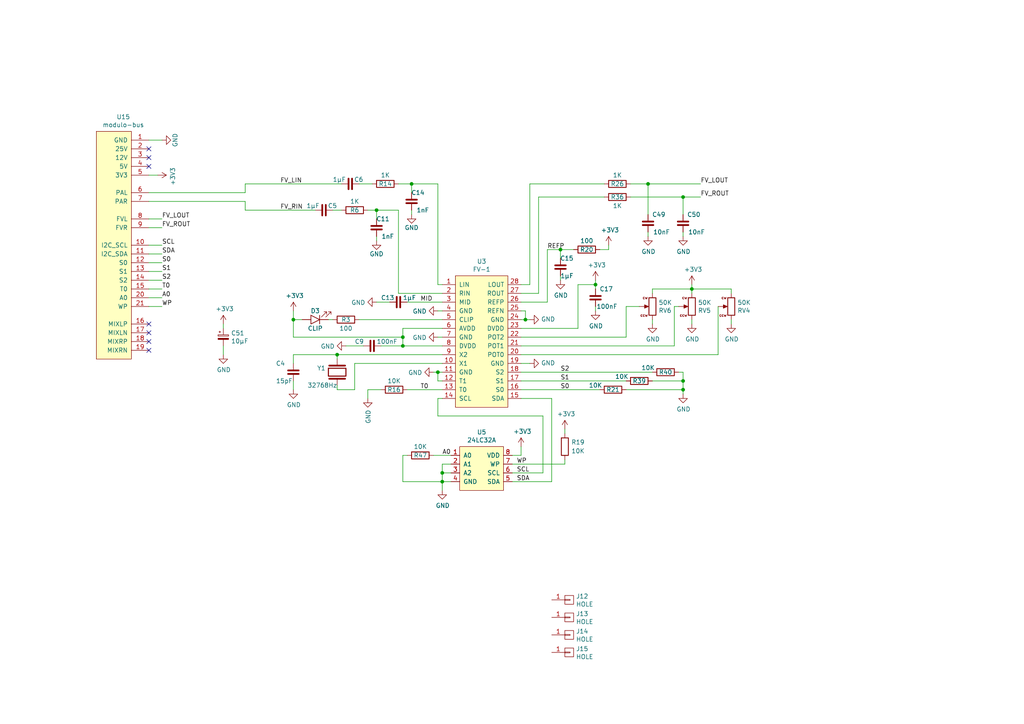
<source format=kicad_sch>
(kicad_sch (version 20211123) (generator eeschema)

  (uuid 96364f16-2c24-44e3-8d9d-4291948c5c82)

  (paper "A4")

  (lib_symbols
    (symbol "myAmp:24LC32A" (pin_names (offset 1.016)) (in_bom yes) (on_board yes)
      (property "Reference" "U" (id 0) (at 0 -7.62 0)
        (effects (font (size 1.27 1.27)))
      )
      (property "Value" "24LC32A" (id 1) (at 0 7.62 0)
        (effects (font (size 1.27 1.27)))
      )
      (property "Footprint" "" (id 2) (at -1.27 0 0)
        (effects (font (size 1.27 1.27)) hide)
      )
      (property "Datasheet" "" (id 3) (at -1.27 0 0)
        (effects (font (size 1.27 1.27)) hide)
      )
      (symbol "24LC32A_0_1"
        (rectangle (start -6.35 6.35) (end 6.35 -6.35)
          (stroke (width 0) (type default) (color 0 0 0 0))
          (fill (type background))
        )
      )
      (symbol "24LC32A_1_1"
        (pin passive line (at -8.89 3.81 0) (length 2.54)
          (name "A0" (effects (font (size 1.27 1.27))))
          (number "1" (effects (font (size 1.27 1.27))))
        )
        (pin passive line (at -8.89 1.27 0) (length 2.54)
          (name "A1" (effects (font (size 1.27 1.27))))
          (number "2" (effects (font (size 1.27 1.27))))
        )
        (pin passive line (at -8.89 -1.27 0) (length 2.54)
          (name "A2" (effects (font (size 1.27 1.27))))
          (number "3" (effects (font (size 1.27 1.27))))
        )
        (pin passive line (at -8.89 -3.81 0) (length 2.54)
          (name "GND" (effects (font (size 1.27 1.27))))
          (number "4" (effects (font (size 1.27 1.27))))
        )
        (pin passive line (at 8.89 -3.81 180) (length 2.54)
          (name "SDA" (effects (font (size 1.27 1.27))))
          (number "5" (effects (font (size 1.27 1.27))))
        )
        (pin passive line (at 8.89 -1.27 180) (length 2.54)
          (name "SCL" (effects (font (size 1.27 1.27))))
          (number "6" (effects (font (size 1.27 1.27))))
        )
        (pin passive line (at 8.89 1.27 180) (length 2.54)
          (name "WP" (effects (font (size 1.27 1.27))))
          (number "7" (effects (font (size 1.27 1.27))))
        )
        (pin passive line (at 8.89 3.81 180) (length 2.54)
          (name "VDD" (effects (font (size 1.27 1.27))))
          (number "8" (effects (font (size 1.27 1.27))))
        )
      )
    )
    (symbol "myAmp:C" (pin_numbers hide) (pin_names (offset 0.254)) (in_bom yes) (on_board yes)
      (property "Reference" "C" (id 0) (at 0.635 2.54 0)
        (effects (font (size 1.27 1.27)) (justify left))
      )
      (property "Value" "C" (id 1) (at 0.635 -2.54 0)
        (effects (font (size 1.27 1.27)) (justify left))
      )
      (property "Footprint" "" (id 2) (at 0.9652 -3.81 0)
        (effects (font (size 1.27 1.27)) hide)
      )
      (property "Datasheet" "" (id 3) (at 0 0 0)
        (effects (font (size 1.27 1.27)) hide)
      )
      (symbol "C_0_1"
        (polyline
          (pts
            (xy -1.524 -0.508)
            (xy 1.524 -0.508)
          )
          (stroke (width 0.508) (type default) (color 0 0 0 0))
          (fill (type none))
        )
        (polyline
          (pts
            (xy -1.524 0.508)
            (xy 1.524 0.508)
          )
          (stroke (width 0.508) (type default) (color 0 0 0 0))
          (fill (type none))
        )
      )
      (symbol "C_1_1"
        (pin passive line (at 0 2.54 270) (length 1.778)
          (name "~" (effects (font (size 1.27 1.27))))
          (number "1" (effects (font (size 1.27 1.27))))
        )
        (pin passive line (at 0 -2.54 90) (length 1.778)
          (name "~" (effects (font (size 1.27 1.27))))
          (number "2" (effects (font (size 1.27 1.27))))
        )
      )
    )
    (symbol "myAmp:CPOL" (pin_numbers hide) (pin_names (offset 0.254) hide) (in_bom yes) (on_board yes)
      (property "Reference" "C" (id 0) (at 0.254 1.778 0)
        (effects (font (size 1.27 1.27)) (justify left))
      )
      (property "Value" "CPOL" (id 1) (at 0.254 -2.032 0)
        (effects (font (size 1.27 1.27)) (justify left))
      )
      (property "Footprint" "" (id 2) (at 0 0 0)
        (effects (font (size 1.27 1.27)) hide)
      )
      (property "Datasheet" "" (id 3) (at 0 0 0)
        (effects (font (size 1.27 1.27)) hide)
      )
      (symbol "CPOL_0_1"
        (rectangle (start -1.524 -0.3048) (end 1.524 -0.6858)
          (stroke (width 0) (type default) (color 0 0 0 0))
          (fill (type outline))
        )
        (rectangle (start -1.524 0.6858) (end 1.524 0.3048)
          (stroke (width 0) (type default) (color 0 0 0 0))
          (fill (type none))
        )
        (polyline
          (pts
            (xy -1.27 1.524)
            (xy -0.762 1.524)
          )
          (stroke (width 0) (type default) (color 0 0 0 0))
          (fill (type none))
        )
        (polyline
          (pts
            (xy -1.016 1.27)
            (xy -1.016 1.778)
          )
          (stroke (width 0) (type default) (color 0 0 0 0))
          (fill (type none))
        )
      )
      (symbol "CPOL_1_1"
        (pin passive line (at 0 2.54 270) (length 1.8542)
          (name "~" (effects (font (size 1.27 1.27))))
          (number "1" (effects (font (size 1.27 1.27))))
        )
        (pin passive line (at 0 -2.54 90) (length 1.8542)
          (name "~" (effects (font (size 1.27 1.27))))
          (number "2" (effects (font (size 1.27 1.27))))
        )
      )
    )
    (symbol "myAmp:FV-1" (pin_names (offset 1.016)) (in_bom yes) (on_board yes)
      (property "Reference" "U" (id 0) (at 0 -20.32 0)
        (effects (font (size 1.27 1.27)))
      )
      (property "Value" "FV-1" (id 1) (at 0 20.32 0)
        (effects (font (size 1.27 1.27)))
      )
      (property "Footprint" "" (id 2) (at 0 0 0)
        (effects (font (size 1.27 1.27)) hide)
      )
      (property "Datasheet" "" (id 3) (at 0 0 0)
        (effects (font (size 1.27 1.27)) hide)
      )
      (symbol "FV-1_0_1"
        (rectangle (start -7.62 19.05) (end 7.62 -19.05)
          (stroke (width 0) (type default) (color 0 0 0 0))
          (fill (type background))
        )
      )
      (symbol "FV-1_1_1"
        (pin input line (at -11.43 16.51 0) (length 3.81)
          (name "LIN" (effects (font (size 1.27 1.27))))
          (number "1" (effects (font (size 1.27 1.27))))
        )
        (pin input line (at -11.43 -6.35 0) (length 3.81)
          (name "X1" (effects (font (size 1.27 1.27))))
          (number "10" (effects (font (size 1.27 1.27))))
        )
        (pin input line (at -11.43 -8.89 0) (length 3.81)
          (name "GND" (effects (font (size 1.27 1.27))))
          (number "11" (effects (font (size 1.27 1.27))))
        )
        (pin input line (at -11.43 -11.43 0) (length 3.81)
          (name "T1" (effects (font (size 1.27 1.27))))
          (number "12" (effects (font (size 1.27 1.27))))
        )
        (pin input line (at -11.43 -13.97 0) (length 3.81)
          (name "T0" (effects (font (size 1.27 1.27))))
          (number "13" (effects (font (size 1.27 1.27))))
        )
        (pin input line (at -11.43 -16.51 0) (length 3.81)
          (name "SCL" (effects (font (size 1.27 1.27))))
          (number "14" (effects (font (size 1.27 1.27))))
        )
        (pin input line (at 11.43 -16.51 180) (length 3.81)
          (name "SDA" (effects (font (size 1.27 1.27))))
          (number "15" (effects (font (size 1.27 1.27))))
        )
        (pin input line (at 11.43 -13.97 180) (length 3.81)
          (name "S0" (effects (font (size 1.27 1.27))))
          (number "16" (effects (font (size 1.27 1.27))))
        )
        (pin input line (at 11.43 -11.43 180) (length 3.81)
          (name "S1" (effects (font (size 1.27 1.27))))
          (number "17" (effects (font (size 1.27 1.27))))
        )
        (pin input line (at 11.43 -8.89 180) (length 3.81)
          (name "S2" (effects (font (size 1.27 1.27))))
          (number "18" (effects (font (size 1.27 1.27))))
        )
        (pin input line (at 11.43 -6.35 180) (length 3.81)
          (name "GND" (effects (font (size 1.27 1.27))))
          (number "19" (effects (font (size 1.27 1.27))))
        )
        (pin input line (at -11.43 13.97 0) (length 3.81)
          (name "RIN" (effects (font (size 1.27 1.27))))
          (number "2" (effects (font (size 1.27 1.27))))
        )
        (pin input line (at 11.43 -3.81 180) (length 3.81)
          (name "POT0" (effects (font (size 1.27 1.27))))
          (number "20" (effects (font (size 1.27 1.27))))
        )
        (pin input line (at 11.43 -1.27 180) (length 3.81)
          (name "POT1" (effects (font (size 1.27 1.27))))
          (number "21" (effects (font (size 1.27 1.27))))
        )
        (pin input line (at 11.43 1.27 180) (length 3.81)
          (name "POT2" (effects (font (size 1.27 1.27))))
          (number "22" (effects (font (size 1.27 1.27))))
        )
        (pin input line (at 11.43 3.81 180) (length 3.81)
          (name "DVDD" (effects (font (size 1.27 1.27))))
          (number "23" (effects (font (size 1.27 1.27))))
        )
        (pin input line (at 11.43 6.35 180) (length 3.81)
          (name "GND" (effects (font (size 1.27 1.27))))
          (number "24" (effects (font (size 1.27 1.27))))
        )
        (pin input line (at 11.43 8.89 180) (length 3.81)
          (name "REFN" (effects (font (size 1.27 1.27))))
          (number "25" (effects (font (size 1.27 1.27))))
        )
        (pin input line (at 11.43 11.43 180) (length 3.81)
          (name "REFP" (effects (font (size 1.27 1.27))))
          (number "26" (effects (font (size 1.27 1.27))))
        )
        (pin input line (at 11.43 13.97 180) (length 3.81)
          (name "ROUT" (effects (font (size 1.27 1.27))))
          (number "27" (effects (font (size 1.27 1.27))))
        )
        (pin input line (at 11.43 16.51 180) (length 3.81)
          (name "LOUT" (effects (font (size 1.27 1.27))))
          (number "28" (effects (font (size 1.27 1.27))))
        )
        (pin input line (at -11.43 11.43 0) (length 3.81)
          (name "MID" (effects (font (size 1.27 1.27))))
          (number "3" (effects (font (size 1.27 1.27))))
        )
        (pin input line (at -11.43 8.89 0) (length 3.81)
          (name "GND" (effects (font (size 1.27 1.27))))
          (number "4" (effects (font (size 1.27 1.27))))
        )
        (pin input line (at -11.43 6.35 0) (length 3.81)
          (name "CLIP" (effects (font (size 1.27 1.27))))
          (number "5" (effects (font (size 1.27 1.27))))
        )
        (pin input line (at -11.43 3.81 0) (length 3.81)
          (name "AVDD" (effects (font (size 1.27 1.27))))
          (number "6" (effects (font (size 1.27 1.27))))
        )
        (pin input line (at -11.43 1.27 0) (length 3.81)
          (name "GND" (effects (font (size 1.27 1.27))))
          (number "7" (effects (font (size 1.27 1.27))))
        )
        (pin input line (at -11.43 -1.27 0) (length 3.81)
          (name "DVDD" (effects (font (size 1.27 1.27))))
          (number "8" (effects (font (size 1.27 1.27))))
        )
        (pin input line (at -11.43 -3.81 0) (length 3.81)
          (name "X2" (effects (font (size 1.27 1.27))))
          (number "9" (effects (font (size 1.27 1.27))))
        )
      )
    )
    (symbol "myAmp:HOLE" (pin_names (offset 1.016) hide) (in_bom yes) (on_board yes)
      (property "Reference" "J" (id 0) (at 0 2.54 0)
        (effects (font (size 1.27 1.27)))
      )
      (property "Value" "HOLE" (id 1) (at 2.54 0 90)
        (effects (font (size 1.27 1.27)))
      )
      (property "Footprint" "" (id 2) (at 0 0 0)
        (effects (font (size 1.27 1.27)) hide)
      )
      (property "Datasheet" "" (id 3) (at 0 0 0)
        (effects (font (size 1.27 1.27)) hide)
      )
      (symbol "HOLE_0_1"
        (rectangle (start -1.27 0.127) (end 0.254 -0.127)
          (stroke (width 0) (type default) (color 0 0 0 0))
          (fill (type none))
        )
        (rectangle (start -1.27 1.27) (end 1.27 -1.27)
          (stroke (width 0) (type default) (color 0 0 0 0))
          (fill (type none))
        )
      )
      (symbol "HOLE_1_1"
        (pin passive line (at -5.08 0 0) (length 3.81)
          (name "P1" (effects (font (size 1.27 1.27))))
          (number "1" (effects (font (size 1.27 1.27))))
        )
      )
    )
    (symbol "myAmp:LED" (pin_numbers hide) (pin_names (offset 1.016) hide) (in_bom yes) (on_board yes)
      (property "Reference" "D" (id 0) (at 0 2.54 0)
        (effects (font (size 1.27 1.27)))
      )
      (property "Value" "LED" (id 1) (at 0 -2.54 0)
        (effects (font (size 1.27 1.27)))
      )
      (property "Footprint" "" (id 2) (at 0 0 0)
        (effects (font (size 1.27 1.27)) hide)
      )
      (property "Datasheet" "" (id 3) (at 0 0 0)
        (effects (font (size 1.27 1.27)) hide)
      )
      (property "ki_fp_filters" "LED* LED_SMD:* LED_THT:*" (id 4) (at 0 0 0)
        (effects (font (size 1.27 1.27)) hide)
      )
      (symbol "LED_0_1"
        (polyline
          (pts
            (xy -1.27 -1.27)
            (xy -1.27 1.27)
          )
          (stroke (width 0.2032) (type default) (color 0 0 0 0))
          (fill (type none))
        )
        (polyline
          (pts
            (xy 1.27 -1.27)
            (xy 1.27 1.27)
            (xy -1.27 0)
            (xy 1.27 -1.27)
          )
          (stroke (width 0.2032) (type default) (color 0 0 0 0))
          (fill (type none))
        )
        (polyline
          (pts
            (xy -3.048 -0.762)
            (xy -4.572 -2.286)
            (xy -3.81 -2.286)
            (xy -4.572 -2.286)
            (xy -4.572 -1.524)
          )
          (stroke (width 0) (type default) (color 0 0 0 0))
          (fill (type none))
        )
        (polyline
          (pts
            (xy -1.778 -0.762)
            (xy -3.302 -2.286)
            (xy -2.54 -2.286)
            (xy -3.302 -2.286)
            (xy -3.302 -1.524)
          )
          (stroke (width 0) (type default) (color 0 0 0 0))
          (fill (type none))
        )
      )
      (symbol "LED_1_1"
        (pin passive line (at -3.81 0 0) (length 2.54)
          (name "K" (effects (font (size 1.27 1.27))))
          (number "1" (effects (font (size 1.27 1.27))))
        )
        (pin passive line (at 3.81 0 180) (length 2.54)
          (name "A" (effects (font (size 1.27 1.27))))
          (number "2" (effects (font (size 1.27 1.27))))
        )
      )
    )
    (symbol "myAmp:QUARTZ" (pin_numbers hide) (pin_names (offset 1.016) hide) (in_bom yes) (on_board yes)
      (property "Reference" "Y" (id 0) (at 0 3.81 0)
        (effects (font (size 1.27 1.27)))
      )
      (property "Value" "QUARTZ" (id 1) (at 0 -3.81 0)
        (effects (font (size 1.27 1.27)))
      )
      (property "Footprint" "" (id 2) (at 0 0 0)
        (effects (font (size 1.27 1.27)) hide)
      )
      (property "Datasheet" "" (id 3) (at 0 0 0)
        (effects (font (size 1.27 1.27)) hide)
      )
      (symbol "QUARTZ_0_1"
        (rectangle (start -1.143 2.54) (end 1.143 -2.54)
          (stroke (width 0.3048) (type default) (color 0 0 0 0))
          (fill (type none))
        )
        (polyline
          (pts
            (xy -1.905 -2.286)
            (xy -1.905 2.286)
          )
          (stroke (width 0.508) (type default) (color 0 0 0 0))
          (fill (type none))
        )
        (polyline
          (pts
            (xy 1.905 -2.286)
            (xy 1.905 2.286)
          )
          (stroke (width 0.508) (type default) (color 0 0 0 0))
          (fill (type none))
        )
      )
      (symbol "QUARTZ_1_1"
        (pin passive line (at -3.81 0 0) (length 1.905)
          (name "1" (effects (font (size 1.27 1.27))))
          (number "1" (effects (font (size 1.27 1.27))))
        )
        (pin passive line (at 3.81 0 180) (length 1.905)
          (name "2" (effects (font (size 1.27 1.27))))
          (number "2" (effects (font (size 1.27 1.27))))
        )
      )
    )
    (symbol "myAmp:R" (pin_numbers hide) (pin_names (offset 0)) (in_bom yes) (on_board yes)
      (property "Reference" "R" (id 0) (at 2.032 0 90)
        (effects (font (size 1.27 1.27)))
      )
      (property "Value" "R" (id 1) (at 0 0 90)
        (effects (font (size 1.27 1.27)))
      )
      (property "Footprint" "" (id 2) (at -1.778 0 90)
        (effects (font (size 1.27 1.27)) hide)
      )
      (property "Datasheet" "" (id 3) (at 0 0 0)
        (effects (font (size 1.27 1.27)) hide)
      )
      (property "ki_fp_filters" "R_*" (id 4) (at 0 0 0)
        (effects (font (size 1.27 1.27)) hide)
      )
      (symbol "R_0_1"
        (rectangle (start -1.016 -2.54) (end 1.016 2.54)
          (stroke (width 0.254) (type default) (color 0 0 0 0))
          (fill (type none))
        )
      )
      (symbol "R_1_1"
        (pin passive line (at 0 3.81 270) (length 1.27)
          (name "~" (effects (font (size 1.27 1.27))))
          (number "1" (effects (font (size 1.27 1.27))))
        )
        (pin passive line (at 0 -3.81 90) (length 1.27)
          (name "~" (effects (font (size 1.27 1.27))))
          (number "2" (effects (font (size 1.27 1.27))))
        )
      )
    )
    (symbol "myAmp:R_POT" (pin_numbers hide) (pin_names (offset 1.016) hide) (in_bom yes) (on_board yes)
      (property "Reference" "RV" (id 0) (at -4.445 0 90)
        (effects (font (size 1.27 1.27)))
      )
      (property "Value" "R_POT" (id 1) (at -2.54 0 90)
        (effects (font (size 1.27 1.27)))
      )
      (property "Footprint" "" (id 2) (at 0 0 0)
        (effects (font (size 1.27 1.27)) hide)
      )
      (property "Datasheet" "" (id 3) (at -3.81 -3.81 0)
        (effects (font (size 1.27 1.27)) hide)
      )
      (property "ki_fp_filters" "Potentiometer*" (id 4) (at 0 0 0)
        (effects (font (size 1.27 1.27)) hide)
      )
      (symbol "R_POT_0_0"
        (text "ccw" (at 1.27 2.54 0)
          (effects (font (size 0.762 0.762)) (justify left))
        )
        (text "cw" (at 1.27 -2.54 0)
          (effects (font (size 0.762 0.762)) (justify left))
        )
      )
      (symbol "R_POT_0_1"
        (polyline
          (pts
            (xy 1.143 0)
            (xy 2.286 0.508)
            (xy 2.286 -0.508)
            (xy 1.143 0)
          )
          (stroke (width 0) (type default) (color 0 0 0 0))
          (fill (type outline))
        )
        (rectangle (start 1.016 2.54) (end -1.016 -2.54)
          (stroke (width 0.254) (type default) (color 0 0 0 0))
          (fill (type none))
        )
      )
      (symbol "R_POT_1_1"
        (pin passive line (at 0 3.81 270) (length 1.27)
          (name "1" (effects (font (size 1.27 1.27))))
          (number "1" (effects (font (size 1.27 1.27))))
        )
        (pin passive line (at 3.81 0 180) (length 2.032)
          (name "2" (effects (font (size 1.27 1.27))))
          (number "2" (effects (font (size 1.27 1.27))))
        )
        (pin passive line (at 0 -3.81 90) (length 1.27)
          (name "3" (effects (font (size 1.27 1.27))))
          (number "3" (effects (font (size 1.27 1.27))))
        )
      )
    )
    (symbol "myAmp:modulo-bus" (pin_names (offset 1.016)) (in_bom yes) (on_board yes)
      (property "Reference" "U" (id 0) (at 1.27 30.48 0)
        (effects (font (size 1.27 1.27)))
      )
      (property "Value" "modulo-bus" (id 1) (at 1.27 -38.1 0)
        (effects (font (size 1.27 1.27)))
      )
      (property "Footprint" "myAmp:modulo-bus" (id 2) (at 5.08 17.78 90)
        (effects (font (size 1.27 1.27)) hide)
      )
      (property "Datasheet" "" (id 3) (at -8.89 13.97 0)
        (effects (font (size 1.27 1.27)) hide)
      )
      (symbol "modulo-bus_0_1"
        (rectangle (start -3.81 29.21) (end 6.35 -36.83)
          (stroke (width 0) (type default) (color 0 0 0 0))
          (fill (type background))
        )
      )
      (symbol "modulo-bus_1_1"
        (pin input line (at -8.89 26.67 0) (length 5.08)
          (name "GND" (effects (font (size 1.27 1.27))))
          (number "1" (effects (font (size 1.27 1.27))))
        )
        (pin input line (at -8.89 -3.81 0) (length 5.08)
          (name "I2C_SCL" (effects (font (size 1.27 1.27))))
          (number "10" (effects (font (size 1.27 1.27))))
        )
        (pin input line (at -8.89 -6.35 0) (length 5.08)
          (name "I2C_SDA" (effects (font (size 1.27 1.27))))
          (number "11" (effects (font (size 1.27 1.27))))
        )
        (pin input line (at -8.89 -8.89 0) (length 5.08)
          (name "S0" (effects (font (size 1.27 1.27))))
          (number "12" (effects (font (size 1.27 1.27))))
        )
        (pin input line (at -8.89 -11.43 0) (length 5.08)
          (name "S1" (effects (font (size 1.27 1.27))))
          (number "13" (effects (font (size 1.27 1.27))))
        )
        (pin input line (at -8.89 -13.97 0) (length 5.08)
          (name "S2" (effects (font (size 1.27 1.27))))
          (number "14" (effects (font (size 1.27 1.27))))
        )
        (pin input line (at -8.89 -16.51 0) (length 5.08)
          (name "T0" (effects (font (size 1.27 1.27))))
          (number "15" (effects (font (size 1.27 1.27))))
        )
        (pin input line (at -8.89 -26.67 0) (length 5.08)
          (name "MIXLP" (effects (font (size 1.27 1.27))))
          (number "16" (effects (font (size 1.27 1.27))))
        )
        (pin input line (at -8.89 -29.21 0) (length 5.08)
          (name "MIXLN" (effects (font (size 1.27 1.27))))
          (number "17" (effects (font (size 1.27 1.27))))
        )
        (pin input line (at -8.89 -31.75 0) (length 5.08)
          (name "MIXRP" (effects (font (size 1.27 1.27))))
          (number "18" (effects (font (size 1.27 1.27))))
        )
        (pin input line (at -8.89 -34.29 0) (length 5.08)
          (name "MIXRN" (effects (font (size 1.27 1.27))))
          (number "19" (effects (font (size 1.27 1.27))))
        )
        (pin input line (at -8.89 24.13 0) (length 5.08)
          (name "25V" (effects (font (size 1.27 1.27))))
          (number "2" (effects (font (size 1.27 1.27))))
        )
        (pin input line (at -8.89 -19.05 0) (length 5.08)
          (name "A0" (effects (font (size 1.27 1.27))))
          (number "20" (effects (font (size 1.27 1.27))))
        )
        (pin input line (at -8.89 -21.59 0) (length 5.08)
          (name "WP" (effects (font (size 1.27 1.27))))
          (number "21" (effects (font (size 1.27 1.27))))
        )
        (pin input line (at -8.89 21.59 0) (length 5.08)
          (name "12V" (effects (font (size 1.27 1.27))))
          (number "3" (effects (font (size 1.27 1.27))))
        )
        (pin input line (at -8.89 19.05 0) (length 5.08)
          (name "5V" (effects (font (size 1.27 1.27))))
          (number "4" (effects (font (size 1.27 1.27))))
        )
        (pin input line (at -8.89 16.51 0) (length 5.08)
          (name "3V3" (effects (font (size 1.27 1.27))))
          (number "5" (effects (font (size 1.27 1.27))))
        )
        (pin input line (at -8.89 11.43 0) (length 5.08)
          (name "PAL" (effects (font (size 1.27 1.27))))
          (number "6" (effects (font (size 1.27 1.27))))
        )
        (pin input line (at -8.89 8.89 0) (length 5.08)
          (name "PAR" (effects (font (size 1.27 1.27))))
          (number "7" (effects (font (size 1.27 1.27))))
        )
        (pin input line (at -8.89 3.81 0) (length 5.08)
          (name "FVL" (effects (font (size 1.27 1.27))))
          (number "8" (effects (font (size 1.27 1.27))))
        )
        (pin input line (at -8.89 1.27 0) (length 5.08)
          (name "FVR" (effects (font (size 1.27 1.27))))
          (number "9" (effects (font (size 1.27 1.27))))
        )
      )
    )
    (symbol "power:+3.3V" (power) (pin_names (offset 0)) (in_bom yes) (on_board yes)
      (property "Reference" "#PWR" (id 0) (at 0 -3.81 0)
        (effects (font (size 1.27 1.27)) hide)
      )
      (property "Value" "+3.3V" (id 1) (at 0 3.556 0)
        (effects (font (size 1.27 1.27)))
      )
      (property "Footprint" "" (id 2) (at 0 0 0)
        (effects (font (size 1.27 1.27)) hide)
      )
      (property "Datasheet" "" (id 3) (at 0 0 0)
        (effects (font (size 1.27 1.27)) hide)
      )
      (property "ki_keywords" "power-flag" (id 4) (at 0 0 0)
        (effects (font (size 1.27 1.27)) hide)
      )
      (property "ki_description" "Power symbol creates a global label with name \"+3.3V\"" (id 5) (at 0 0 0)
        (effects (font (size 1.27 1.27)) hide)
      )
      (symbol "+3.3V_0_1"
        (polyline
          (pts
            (xy -0.762 1.27)
            (xy 0 2.54)
          )
          (stroke (width 0) (type default) (color 0 0 0 0))
          (fill (type none))
        )
        (polyline
          (pts
            (xy 0 0)
            (xy 0 2.54)
          )
          (stroke (width 0) (type default) (color 0 0 0 0))
          (fill (type none))
        )
        (polyline
          (pts
            (xy 0 2.54)
            (xy 0.762 1.27)
          )
          (stroke (width 0) (type default) (color 0 0 0 0))
          (fill (type none))
        )
      )
      (symbol "+3.3V_1_1"
        (pin power_in line (at 0 0 90) (length 0) hide
          (name "+3V3" (effects (font (size 1.27 1.27))))
          (number "1" (effects (font (size 1.27 1.27))))
        )
      )
    )
    (symbol "power:GND" (power) (pin_names (offset 0)) (in_bom yes) (on_board yes)
      (property "Reference" "#PWR" (id 0) (at 0 -6.35 0)
        (effects (font (size 1.27 1.27)) hide)
      )
      (property "Value" "GND" (id 1) (at 0 -3.81 0)
        (effects (font (size 1.27 1.27)))
      )
      (property "Footprint" "" (id 2) (at 0 0 0)
        (effects (font (size 1.27 1.27)) hide)
      )
      (property "Datasheet" "" (id 3) (at 0 0 0)
        (effects (font (size 1.27 1.27)) hide)
      )
      (property "ki_keywords" "power-flag" (id 4) (at 0 0 0)
        (effects (font (size 1.27 1.27)) hide)
      )
      (property "ki_description" "Power symbol creates a global label with name \"GND\" , ground" (id 5) (at 0 0 0)
        (effects (font (size 1.27 1.27)) hide)
      )
      (symbol "GND_0_1"
        (polyline
          (pts
            (xy 0 0)
            (xy 0 -1.27)
            (xy 1.27 -1.27)
            (xy 0 -2.54)
            (xy -1.27 -1.27)
            (xy 0 -1.27)
          )
          (stroke (width 0) (type default) (color 0 0 0 0))
          (fill (type none))
        )
      )
      (symbol "GND_1_1"
        (pin power_in line (at 0 0 270) (length 0) hide
          (name "GND" (effects (font (size 1.27 1.27))))
          (number "1" (effects (font (size 1.27 1.27))))
        )
      )
    )
  )

  (junction (at 85.09 92.71) (diameter 0) (color 0 0 0 0)
    (uuid 0a89e4ab-f990-4287-96d0-85310b2aa55a)
  )
  (junction (at 116.84 97.79) (diameter 0) (color 0 0 0 0)
    (uuid 0f1b8694-bd8f-414b-b289-9db60dcaca68)
  )
  (junction (at 198.12 113.03) (diameter 0) (color 0 0 0 0)
    (uuid 2bbec90f-8feb-47ec-9815-fa8e648303bb)
  )
  (junction (at 127 107.95) (diameter 0) (color 0 0 0 0)
    (uuid 30c081a8-6eb9-49ff-8afb-4e4de5006481)
  )
  (junction (at 200.66 83.82) (diameter 0) (color 0 0 0 0)
    (uuid 36fb4ee6-56ec-4072-9a5a-e587ffbd1405)
  )
  (junction (at 198.12 110.49) (diameter 0) (color 0 0 0 0)
    (uuid 45a5dcbc-7ce7-4d05-9003-3b0e7f174e02)
  )
  (junction (at 128.27 137.16) (diameter 0) (color 0 0 0 0)
    (uuid 4a1a595b-1734-48c3-9baf-7268eeda2fed)
  )
  (junction (at 97.79 102.87) (diameter 0) (color 0 0 0 0)
    (uuid 4bd7775d-4dd8-4c3e-9f87-e7c7d1e59575)
  )
  (junction (at 198.12 57.15) (diameter 0) (color 0 0 0 0)
    (uuid 5003e034-4792-4507-9398-cd2c311a6b61)
  )
  (junction (at 128.27 139.7) (diameter 0) (color 0 0 0 0)
    (uuid 628c2ec1-218a-4ee9-8cee-6a9c4f0d584e)
  )
  (junction (at 162.56 72.39) (diameter 0) (color 0 0 0 0)
    (uuid 8d65c9ab-d01f-47b9-9a50-b30639aa215d)
  )
  (junction (at 119.38 53.34) (diameter 0) (color 0 0 0 0)
    (uuid 9c6faf73-17a6-4de9-87e9-d629e939d419)
  )
  (junction (at 109.22 60.96) (diameter 0) (color 0 0 0 0)
    (uuid a001f9b3-d55c-45e5-82b3-54c3c57f50f4)
  )
  (junction (at 152.4 92.71) (diameter 0) (color 0 0 0 0)
    (uuid b5e64a30-3fcb-4f45-b4f8-6baca1e754b9)
  )
  (junction (at 116.84 100.33) (diameter 0) (color 0 0 0 0)
    (uuid d0b2ef87-fb55-49de-8104-c83c37eb45ce)
  )
  (junction (at 187.96 53.34) (diameter 0) (color 0 0 0 0)
    (uuid deab0f9d-7409-46b8-aa6f-7a02e787bfc9)
  )
  (junction (at 172.72 82.55) (diameter 0) (color 0 0 0 0)
    (uuid e675dc08-91e5-4020-8c46-87d0a1a7ad99)
  )

  (no_connect (at 43.18 99.06) (uuid 1b492423-3ae4-4c06-9b13-0a40797594a8))
  (no_connect (at 43.18 43.18) (uuid 20afe9c7-7e63-485a-bab2-9fad3cd73f01))
  (no_connect (at 43.18 96.52) (uuid 4fdeb23f-d7ab-4a31-86e4-d408b25905cb))
  (no_connect (at 43.18 45.72) (uuid 5ab39f29-a99d-4137-813c-0240aaa35e79))
  (no_connect (at 43.18 101.6) (uuid 9f678891-833a-4ca3-bcec-175ac5a6f206))
  (no_connect (at 43.18 93.98) (uuid b0e5300b-79fc-461a-a6ef-1be76bebddeb))
  (no_connect (at 43.18 48.26) (uuid e843b2f9-63bf-4162-9acd-99c55f41dac5))

  (wire (pts (xy 148.59 137.16) (xy 157.48 137.16))
    (stroke (width 0) (type default) (color 0 0 0 0))
    (uuid 0223024b-71b0-433d-a37e-0b81f2b202f7)
  )
  (wire (pts (xy 153.67 105.41) (xy 151.13 105.41))
    (stroke (width 0) (type default) (color 0 0 0 0))
    (uuid 02b7b349-66c5-48c5-9dff-d4bd2ab5754e)
  )
  (wire (pts (xy 85.09 102.87) (xy 85.09 105.41))
    (stroke (width 0) (type default) (color 0 0 0 0))
    (uuid 03a26f24-94f7-4bdf-906a-637e454f67c8)
  )
  (wire (pts (xy 151.13 129.54) (xy 151.13 132.08))
    (stroke (width 0) (type default) (color 0 0 0 0))
    (uuid 099343d8-d26e-413c-b90c-17f2ec456dc4)
  )
  (wire (pts (xy 151.13 95.25) (xy 167.64 95.25))
    (stroke (width 0) (type default) (color 0 0 0 0))
    (uuid 0a588191-ca91-48f0-9112-a50f1595c31c)
  )
  (wire (pts (xy 130.81 139.7) (xy 128.27 139.7))
    (stroke (width 0) (type default) (color 0 0 0 0))
    (uuid 0c8091c9-7242-4f00-b772-308298fbcc7f)
  )
  (wire (pts (xy 109.22 60.96) (xy 115.57 60.96))
    (stroke (width 0) (type default) (color 0 0 0 0))
    (uuid 0fb612b6-d118-463f-8273-72d16ac7c8f3)
  )
  (wire (pts (xy 128.27 97.79) (xy 127 97.79))
    (stroke (width 0) (type default) (color 0 0 0 0))
    (uuid 109c6eb3-f539-4af6-b725-b5526e7d4f77)
  )
  (wire (pts (xy 151.13 115.57) (xy 160.02 115.57))
    (stroke (width 0) (type default) (color 0 0 0 0))
    (uuid 1a6e28a6-1aa7-4d36-b87a-9e422e410ae1)
  )
  (wire (pts (xy 181.61 88.9) (xy 181.61 97.79))
    (stroke (width 0) (type default) (color 0 0 0 0))
    (uuid 1b0c8f08-284d-4341-b01b-d852beef6156)
  )
  (wire (pts (xy 158.75 87.63) (xy 158.75 72.39))
    (stroke (width 0) (type default) (color 0 0 0 0))
    (uuid 1c26b2a1-6180-4d81-82a0-b957aec51ced)
  )
  (wire (pts (xy 43.18 86.36) (xy 46.99 86.36))
    (stroke (width 0) (type default) (color 0 0 0 0))
    (uuid 1e33c2bb-29b7-4638-9fb5-0417f6519877)
  )
  (wire (pts (xy 128.27 139.7) (xy 128.27 142.24))
    (stroke (width 0) (type default) (color 0 0 0 0))
    (uuid 2032126c-c367-4571-8230-203f30fd5db2)
  )
  (wire (pts (xy 85.09 92.71) (xy 85.09 97.79))
    (stroke (width 0) (type default) (color 0 0 0 0))
    (uuid 245c66f7-0773-48d6-80be-4de688085350)
  )
  (wire (pts (xy 130.81 137.16) (xy 128.27 137.16))
    (stroke (width 0) (type default) (color 0 0 0 0))
    (uuid 2486d034-c139-44f6-95d9-d15266420386)
  )
  (wire (pts (xy 71.12 60.96) (xy 91.44 60.96))
    (stroke (width 0) (type default) (color 0 0 0 0))
    (uuid 28d92791-e03b-49b7-ab76-0b79e48b37f2)
  )
  (wire (pts (xy 172.72 82.55) (xy 167.64 82.55))
    (stroke (width 0) (type default) (color 0 0 0 0))
    (uuid 29ea5a22-b0c8-455f-adfc-a1e4ae7ca3cd)
  )
  (wire (pts (xy 163.83 124.46) (xy 163.83 125.73))
    (stroke (width 0) (type default) (color 0 0 0 0))
    (uuid 2a595d80-15cf-4357-8076-478d91d106d5)
  )
  (wire (pts (xy 189.23 83.82) (xy 200.66 83.82))
    (stroke (width 0) (type default) (color 0 0 0 0))
    (uuid 2af03734-769d-4be2-8727-78cbed8fec04)
  )
  (wire (pts (xy 198.12 57.15) (xy 203.2 57.15))
    (stroke (width 0) (type default) (color 0 0 0 0))
    (uuid 2b1fe2f9-5f6e-4294-8dd7-e4c1886b9022)
  )
  (wire (pts (xy 97.79 102.87) (xy 128.27 102.87))
    (stroke (width 0) (type default) (color 0 0 0 0))
    (uuid 2cd4313e-ce8a-4a88-bbb4-b316831d36bc)
  )
  (wire (pts (xy 106.68 113.03) (xy 106.68 115.57))
    (stroke (width 0) (type default) (color 0 0 0 0))
    (uuid 30ccdaa3-e649-4b34-b25f-6d82225cf00e)
  )
  (wire (pts (xy 119.38 62.23) (xy 119.38 60.96))
    (stroke (width 0) (type default) (color 0 0 0 0))
    (uuid 3321feb0-e25c-48f1-b417-843cc0d0fc5d)
  )
  (wire (pts (xy 181.61 113.03) (xy 198.12 113.03))
    (stroke (width 0) (type default) (color 0 0 0 0))
    (uuid 3502b704-a693-4b5b-b40b-a15d88bfe8c5)
  )
  (wire (pts (xy 181.61 97.79) (xy 151.13 97.79))
    (stroke (width 0) (type default) (color 0 0 0 0))
    (uuid 381122a5-61de-477a-a31e-93953cb280d7)
  )
  (wire (pts (xy 115.57 85.09) (xy 115.57 60.96))
    (stroke (width 0) (type default) (color 0 0 0 0))
    (uuid 3825ef5a-9c20-4da1-b237-0d7cce88677d)
  )
  (wire (pts (xy 43.18 55.88) (xy 71.12 55.88))
    (stroke (width 0) (type default) (color 0 0 0 0))
    (uuid 38395bfc-58fa-4d48-a8ef-b7c78e8545e9)
  )
  (wire (pts (xy 115.57 85.09) (xy 128.27 85.09))
    (stroke (width 0) (type default) (color 0 0 0 0))
    (uuid 389d9729-de06-4c29-ba18-f1238edaa5ea)
  )
  (wire (pts (xy 127 120.65) (xy 127 115.57))
    (stroke (width 0) (type default) (color 0 0 0 0))
    (uuid 39445800-79f9-4630-adad-814e66b31acb)
  )
  (wire (pts (xy 116.84 97.79) (xy 116.84 100.33))
    (stroke (width 0) (type default) (color 0 0 0 0))
    (uuid 3ae3fbd7-43c3-40f9-ba93-33b016cd17e5)
  )
  (wire (pts (xy 189.23 110.49) (xy 198.12 110.49))
    (stroke (width 0) (type default) (color 0 0 0 0))
    (uuid 3e9918f5-fe20-41be-989a-3532ae9c8232)
  )
  (wire (pts (xy 96.52 92.71) (xy 95.25 92.71))
    (stroke (width 0) (type default) (color 0 0 0 0))
    (uuid 41609430-bac5-4e0d-a94e-1c7a6a92ed5d)
  )
  (wire (pts (xy 116.84 95.25) (xy 128.27 95.25))
    (stroke (width 0) (type default) (color 0 0 0 0))
    (uuid 41c89c8e-0f97-4797-9a39-8582a63268a5)
  )
  (wire (pts (xy 187.96 67.31) (xy 187.96 68.58))
    (stroke (width 0) (type default) (color 0 0 0 0))
    (uuid 456cd388-95f0-4163-bd52-a6c7f4e1aa1c)
  )
  (wire (pts (xy 119.38 55.88) (xy 119.38 53.34))
    (stroke (width 0) (type default) (color 0 0 0 0))
    (uuid 48ffa39d-adda-4d9d-99bf-b54fa3fc4beb)
  )
  (wire (pts (xy 198.12 68.58) (xy 198.12 67.31))
    (stroke (width 0) (type default) (color 0 0 0 0))
    (uuid 4978a171-a407-46ca-af53-8ee0deb5d339)
  )
  (wire (pts (xy 162.56 72.39) (xy 166.37 72.39))
    (stroke (width 0) (type default) (color 0 0 0 0))
    (uuid 4a21d358-49d2-4752-862b-bf1c32cf9341)
  )
  (wire (pts (xy 45.72 50.8) (xy 43.18 50.8))
    (stroke (width 0) (type default) (color 0 0 0 0))
    (uuid 4a8a7ae8-e1f4-43bc-bf27-d27128fb055b)
  )
  (wire (pts (xy 105.41 100.33) (xy 100.33 100.33))
    (stroke (width 0) (type default) (color 0 0 0 0))
    (uuid 4af2240a-5a5d-48d2-a9b4-a18e1ae31a7e)
  )
  (wire (pts (xy 153.67 82.55) (xy 151.13 82.55))
    (stroke (width 0) (type default) (color 0 0 0 0))
    (uuid 4e33add5-8994-4bfc-b11b-4ed7b1094c2b)
  )
  (wire (pts (xy 64.77 93.98) (xy 64.77 95.25))
    (stroke (width 0) (type default) (color 0 0 0 0))
    (uuid 4f6c95b2-e43d-4d58-ade5-b9a6fd3b01b1)
  )
  (wire (pts (xy 102.87 113.03) (xy 97.79 113.03))
    (stroke (width 0) (type default) (color 0 0 0 0))
    (uuid 4fb8e930-5b30-4677-9c00-1bb0f49844f8)
  )
  (wire (pts (xy 189.23 92.71) (xy 189.23 93.98))
    (stroke (width 0) (type default) (color 0 0 0 0))
    (uuid 5083ae27-40f3-48c8-b21d-d01446c16b35)
  )
  (wire (pts (xy 157.48 120.65) (xy 127 120.65))
    (stroke (width 0) (type default) (color 0 0 0 0))
    (uuid 509be4de-4cfd-4f03-a29b-e210350800cc)
  )
  (wire (pts (xy 151.13 92.71) (xy 152.4 92.71))
    (stroke (width 0) (type default) (color 0 0 0 0))
    (uuid 520536b8-173a-4330-a5d3-1ea2b3d01cc1)
  )
  (wire (pts (xy 46.99 66.04) (xy 43.18 66.04))
    (stroke (width 0) (type default) (color 0 0 0 0))
    (uuid 52918ef2-91b9-47db-a382-a681af54382c)
  )
  (wire (pts (xy 43.18 76.2) (xy 46.99 76.2))
    (stroke (width 0) (type default) (color 0 0 0 0))
    (uuid 5390b569-f063-47f4-893b-9a990f4ea824)
  )
  (wire (pts (xy 46.99 63.5) (xy 43.18 63.5))
    (stroke (width 0) (type default) (color 0 0 0 0))
    (uuid 53db68a7-14e8-4baa-ac45-daadd65513d1)
  )
  (wire (pts (xy 43.18 58.42) (xy 71.12 58.42))
    (stroke (width 0) (type default) (color 0 0 0 0))
    (uuid 55162e8e-0191-4bad-aed9-fba1092d9c8c)
  )
  (wire (pts (xy 153.67 53.34) (xy 175.26 53.34))
    (stroke (width 0) (type default) (color 0 0 0 0))
    (uuid 55fdbf37-93ec-4489-b99d-2778986cddf5)
  )
  (wire (pts (xy 71.12 53.34) (xy 71.12 55.88))
    (stroke (width 0) (type default) (color 0 0 0 0))
    (uuid 56486356-64f4-4148-b335-6b45c342341d)
  )
  (wire (pts (xy 189.23 85.09) (xy 189.23 83.82))
    (stroke (width 0) (type default) (color 0 0 0 0))
    (uuid 56ae7ec6-fe23-44e9-ba90-5f368a6a9156)
  )
  (wire (pts (xy 187.96 53.34) (xy 187.96 62.23))
    (stroke (width 0) (type default) (color 0 0 0 0))
    (uuid 572730cf-1936-404a-8d9e-1dba9092e2f5)
  )
  (wire (pts (xy 198.12 110.49) (xy 198.12 107.95))
    (stroke (width 0) (type default) (color 0 0 0 0))
    (uuid 59ddb583-fb32-4cb5-85af-681e583a67b4)
  )
  (wire (pts (xy 87.63 92.71) (xy 85.09 92.71))
    (stroke (width 0) (type default) (color 0 0 0 0))
    (uuid 59e9c694-e689-43d6-a9c2-7bdb38b4386d)
  )
  (wire (pts (xy 160.02 115.57) (xy 160.02 139.7))
    (stroke (width 0) (type default) (color 0 0 0 0))
    (uuid 5a5c6dfc-600b-47d4-aecd-43acaa6e33ba)
  )
  (wire (pts (xy 151.13 107.95) (xy 189.23 107.95))
    (stroke (width 0) (type default) (color 0 0 0 0))
    (uuid 5c64e8e8-6c2d-483f-aafc-e21e16486282)
  )
  (wire (pts (xy 152.4 90.17) (xy 152.4 92.71))
    (stroke (width 0) (type default) (color 0 0 0 0))
    (uuid 5db4c5c3-9e46-42dd-9b64-72e55324398b)
  )
  (wire (pts (xy 109.22 87.63) (xy 113.03 87.63))
    (stroke (width 0) (type default) (color 0 0 0 0))
    (uuid 61f4c60b-bf77-42f5-84b4-fda320eaf3e7)
  )
  (wire (pts (xy 196.85 88.9) (xy 195.58 88.9))
    (stroke (width 0) (type default) (color 0 0 0 0))
    (uuid 62ca13ac-9249-49d8-88a7-edca7cb8d779)
  )
  (wire (pts (xy 110.49 100.33) (xy 116.84 100.33))
    (stroke (width 0) (type default) (color 0 0 0 0))
    (uuid 66a7c890-ac40-4f36-85c1-502128bd5c2d)
  )
  (wire (pts (xy 116.84 139.7) (xy 128.27 139.7))
    (stroke (width 0) (type default) (color 0 0 0 0))
    (uuid 6ad55953-7a86-4bfb-a23b-dcf3a404bbd3)
  )
  (wire (pts (xy 128.27 107.95) (xy 127 107.95))
    (stroke (width 0) (type default) (color 0 0 0 0))
    (uuid 6b91675f-3f4a-4c45-b82b-8db2163a75ff)
  )
  (wire (pts (xy 71.12 58.42) (xy 71.12 60.96))
    (stroke (width 0) (type default) (color 0 0 0 0))
    (uuid 6c738b90-c565-4419-b3f8-c71fa068a959)
  )
  (wire (pts (xy 85.09 110.49) (xy 85.09 113.03))
    (stroke (width 0) (type default) (color 0 0 0 0))
    (uuid 6c85fbb9-9c94-4e2a-97b9-7ac0786ef1e8)
  )
  (wire (pts (xy 97.79 102.87) (xy 97.79 104.14))
    (stroke (width 0) (type default) (color 0 0 0 0))
    (uuid 6dd4c5c1-cbca-4eb3-9be0-3e6afa74ef4c)
  )
  (wire (pts (xy 118.11 113.03) (xy 128.27 113.03))
    (stroke (width 0) (type default) (color 0 0 0 0))
    (uuid 7080766e-5700-4a31-bc1e-1d239e4d43bf)
  )
  (wire (pts (xy 118.11 132.08) (xy 116.84 132.08))
    (stroke (width 0) (type default) (color 0 0 0 0))
    (uuid 74d476a1-7e64-4447-aa02-467bf33d11bf)
  )
  (wire (pts (xy 198.12 113.03) (xy 198.12 114.3))
    (stroke (width 0) (type default) (color 0 0 0 0))
    (uuid 76d384a4-98a7-41cb-9c07-a4294de84d79)
  )
  (wire (pts (xy 125.73 132.08) (xy 130.81 132.08))
    (stroke (width 0) (type default) (color 0 0 0 0))
    (uuid 77a39290-cbef-4417-92dd-bd19a64a03da)
  )
  (wire (pts (xy 128.27 134.62) (xy 128.27 137.16))
    (stroke (width 0) (type default) (color 0 0 0 0))
    (uuid 78e81778-93af-435e-a586-e84f43c1e8cf)
  )
  (wire (pts (xy 195.58 100.33) (xy 151.13 100.33))
    (stroke (width 0) (type default) (color 0 0 0 0))
    (uuid 7932276f-e466-46ab-8dd0-14c93ec225da)
  )
  (wire (pts (xy 85.09 92.71) (xy 85.09 90.17))
    (stroke (width 0) (type default) (color 0 0 0 0))
    (uuid 7bd5faee-e4b9-458a-949c-5399f7441628)
  )
  (wire (pts (xy 128.27 137.16) (xy 128.27 139.7))
    (stroke (width 0) (type default) (color 0 0 0 0))
    (uuid 7df9af83-9689-4570-9ac2-a6e8ee799f65)
  )
  (wire (pts (xy 71.12 53.34) (xy 99.06 53.34))
    (stroke (width 0) (type default) (color 0 0 0 0))
    (uuid 82e9af86-fd44-49c7-8996-479996b9b858)
  )
  (wire (pts (xy 43.18 83.82) (xy 46.99 83.82))
    (stroke (width 0) (type default) (color 0 0 0 0))
    (uuid 838bdca2-c766-4985-8e01-dddd310da0af)
  )
  (wire (pts (xy 85.09 97.79) (xy 116.84 97.79))
    (stroke (width 0) (type default) (color 0 0 0 0))
    (uuid 8460a8f9-202d-446c-a727-76b53e0a37f9)
  )
  (wire (pts (xy 128.27 110.49) (xy 127 110.49))
    (stroke (width 0) (type default) (color 0 0 0 0))
    (uuid 84a31ba5-ed36-4843-b612-7c06c39a7b75)
  )
  (wire (pts (xy 176.53 71.12) (xy 176.53 72.39))
    (stroke (width 0) (type default) (color 0 0 0 0))
    (uuid 85dbff05-be6f-4fea-93ec-8f920eff8644)
  )
  (wire (pts (xy 198.12 57.15) (xy 198.12 62.23))
    (stroke (width 0) (type default) (color 0 0 0 0))
    (uuid 89c2d918-efba-4d1b-84c4-45bdd1d2856d)
  )
  (wire (pts (xy 200.66 85.09) (xy 200.66 83.82))
    (stroke (width 0) (type default) (color 0 0 0 0))
    (uuid 8be8d604-5f9c-4c81-a719-cae6d25dfadc)
  )
  (wire (pts (xy 106.68 113.03) (xy 110.49 113.03))
    (stroke (width 0) (type default) (color 0 0 0 0))
    (uuid 8d4c482b-c37a-47ca-8580-9a0af7f9dca1)
  )
  (wire (pts (xy 200.66 83.82) (xy 212.09 83.82))
    (stroke (width 0) (type default) (color 0 0 0 0))
    (uuid 8f600e15-43ff-418a-b10d-266b258e7e96)
  )
  (wire (pts (xy 127 53.34) (xy 119.38 53.34))
    (stroke (width 0) (type default) (color 0 0 0 0))
    (uuid 90b329ee-5b84-4045-8310-ebe2c622371c)
  )
  (wire (pts (xy 172.72 82.55) (xy 172.72 83.82))
    (stroke (width 0) (type default) (color 0 0 0 0))
    (uuid 92a25898-49c8-4de4-8b88-e267422fab0f)
  )
  (wire (pts (xy 151.13 110.49) (xy 181.61 110.49))
    (stroke (width 0) (type default) (color 0 0 0 0))
    (uuid 92f759df-e7f5-4cd6-b760-c1a61545e330)
  )
  (wire (pts (xy 127 107.95) (xy 125.73 107.95))
    (stroke (width 0) (type default) (color 0 0 0 0))
    (uuid 93e2b194-78b4-4c72-b805-e35e3550b188)
  )
  (wire (pts (xy 167.64 82.55) (xy 167.64 95.25))
    (stroke (width 0) (type default) (color 0 0 0 0))
    (uuid 971f6f2b-78bc-4de0-9bca-4a8b5b2e3953)
  )
  (wire (pts (xy 152.4 92.71) (xy 153.67 92.71))
    (stroke (width 0) (type default) (color 0 0 0 0))
    (uuid 975a1184-f1c1-4cf7-b6a2-a9dc132d0411)
  )
  (wire (pts (xy 187.96 53.34) (xy 203.2 53.34))
    (stroke (width 0) (type default) (color 0 0 0 0))
    (uuid 98ee6ad8-aaf7-496e-97d5-aa9df059b815)
  )
  (wire (pts (xy 130.81 134.62) (xy 128.27 134.62))
    (stroke (width 0) (type default) (color 0 0 0 0))
    (uuid 9bd8ef1d-532a-4927-afe5-162e6702eed1)
  )
  (wire (pts (xy 127 53.34) (xy 127 82.55))
    (stroke (width 0) (type default) (color 0 0 0 0))
    (uuid 9e10d7da-7e44-4b95-bd4e-24e1819e2ea4)
  )
  (wire (pts (xy 208.28 102.87) (xy 151.13 102.87))
    (stroke (width 0) (type default) (color 0 0 0 0))
    (uuid a085a619-5d6b-4f83-aa76-3a2c8d9d4400)
  )
  (wire (pts (xy 182.88 57.15) (xy 198.12 57.15))
    (stroke (width 0) (type default) (color 0 0 0 0))
    (uuid a0a28fa4-b96b-4a66-a268-94b1e9e96d9a)
  )
  (wire (pts (xy 109.22 69.85) (xy 109.22 68.58))
    (stroke (width 0) (type default) (color 0 0 0 0))
    (uuid a12176d4-cccd-4936-bd41-2b7cdce20b70)
  )
  (wire (pts (xy 118.11 87.63) (xy 128.27 87.63))
    (stroke (width 0) (type default) (color 0 0 0 0))
    (uuid a2820de7-ac5e-4e6c-b34d-05443eb45397)
  )
  (wire (pts (xy 43.18 71.12) (xy 46.99 71.12))
    (stroke (width 0) (type default) (color 0 0 0 0))
    (uuid a2a27871-3ee2-4097-9614-af181c9ad560)
  )
  (wire (pts (xy 116.84 132.08) (xy 116.84 139.7))
    (stroke (width 0) (type default) (color 0 0 0 0))
    (uuid a369e2da-4075-4f0c-a909-dceb52c2dd26)
  )
  (wire (pts (xy 151.13 85.09) (xy 156.21 85.09))
    (stroke (width 0) (type default) (color 0 0 0 0))
    (uuid a5c13482-e4bd-416e-bff7-1f8569a0e102)
  )
  (wire (pts (xy 43.18 88.9) (xy 46.99 88.9))
    (stroke (width 0) (type default) (color 0 0 0 0))
    (uuid a5c75661-fe57-4cfe-bd06-1df0d6b75790)
  )
  (wire (pts (xy 208.28 88.9) (xy 208.28 102.87))
    (stroke (width 0) (type default) (color 0 0 0 0))
    (uuid a7ba0c4e-fb2d-4510-9a83-e9bb5cb063de)
  )
  (wire (pts (xy 157.48 137.16) (xy 157.48 120.65))
    (stroke (width 0) (type default) (color 0 0 0 0))
    (uuid a8cbc6b7-8f51-4071-b6f7-171eb2878c76)
  )
  (wire (pts (xy 158.75 72.39) (xy 162.56 72.39))
    (stroke (width 0) (type default) (color 0 0 0 0))
    (uuid a9a4e7f4-65c4-4f5d-ac14-565557d2140d)
  )
  (wire (pts (xy 43.18 78.74) (xy 46.99 78.74))
    (stroke (width 0) (type default) (color 0 0 0 0))
    (uuid aa8a3016-cc3c-4bf9-b17e-081ebb67afcf)
  )
  (wire (pts (xy 119.38 53.34) (xy 115.57 53.34))
    (stroke (width 0) (type default) (color 0 0 0 0))
    (uuid aaf5283a-c22d-4b03-a805-070b14b8cb76)
  )
  (wire (pts (xy 176.53 72.39) (xy 173.99 72.39))
    (stroke (width 0) (type default) (color 0 0 0 0))
    (uuid add34c53-8568-4486-87b8-6086759ffdfc)
  )
  (wire (pts (xy 104.14 92.71) (xy 128.27 92.71))
    (stroke (width 0) (type default) (color 0 0 0 0))
    (uuid b00fd2c3-987a-4ede-9abf-dbf812950399)
  )
  (wire (pts (xy 64.77 100.33) (xy 64.77 102.87))
    (stroke (width 0) (type default) (color 0 0 0 0))
    (uuid b247bdc4-1da5-457e-8030-ade31309773c)
  )
  (wire (pts (xy 175.26 57.15) (xy 156.21 57.15))
    (stroke (width 0) (type default) (color 0 0 0 0))
    (uuid b2659e03-fc58-4ec6-bb50-904450704b6f)
  )
  (wire (pts (xy 148.59 132.08) (xy 151.13 132.08))
    (stroke (width 0) (type default) (color 0 0 0 0))
    (uuid b2e7fb91-c4cb-46b7-aaee-b9207f560847)
  )
  (wire (pts (xy 43.18 81.28) (xy 46.99 81.28))
    (stroke (width 0) (type default) (color 0 0 0 0))
    (uuid b350d1fd-5926-40fc-99a9-64a77595c793)
  )
  (wire (pts (xy 151.13 87.63) (xy 158.75 87.63))
    (stroke (width 0) (type default) (color 0 0 0 0))
    (uuid ba6de366-936b-404f-9d48-15a12c188700)
  )
  (wire (pts (xy 46.99 40.64) (xy 43.18 40.64))
    (stroke (width 0) (type default) (color 0 0 0 0))
    (uuid ba8befbb-68c6-431f-9d30-3f3bf9a6b7e3)
  )
  (wire (pts (xy 195.58 88.9) (xy 195.58 100.33))
    (stroke (width 0) (type default) (color 0 0 0 0))
    (uuid be695461-148d-4cf2-9b91-4c1471393aa9)
  )
  (wire (pts (xy 97.79 102.87) (xy 85.09 102.87))
    (stroke (width 0) (type default) (color 0 0 0 0))
    (uuid c0dd5973-99bd-4f9b-b2d9-6f49662ccef2)
  )
  (wire (pts (xy 172.72 81.28) (xy 172.72 82.55))
    (stroke (width 0) (type default) (color 0 0 0 0))
    (uuid c18aebae-089c-4755-ac9e-31abe3fcd33f)
  )
  (wire (pts (xy 182.88 53.34) (xy 187.96 53.34))
    (stroke (width 0) (type default) (color 0 0 0 0))
    (uuid c28bdfe9-0b98-47ff-a1f0-83c04c9b112d)
  )
  (wire (pts (xy 128.27 105.41) (xy 102.87 105.41))
    (stroke (width 0) (type default) (color 0 0 0 0))
    (uuid c4872144-a59f-4c5a-95c7-320838b6cd84)
  )
  (wire (pts (xy 102.87 105.41) (xy 102.87 113.03))
    (stroke (width 0) (type default) (color 0 0 0 0))
    (uuid cab9dca3-b53b-4add-b9b5-d4999e91bcba)
  )
  (wire (pts (xy 43.18 73.66) (xy 46.99 73.66))
    (stroke (width 0) (type default) (color 0 0 0 0))
    (uuid cb23a772-674b-40e7-8726-28d1430be33f)
  )
  (wire (pts (xy 198.12 113.03) (xy 198.12 110.49))
    (stroke (width 0) (type default) (color 0 0 0 0))
    (uuid cc5a6e04-bda2-40e3-8484-b0788216003d)
  )
  (wire (pts (xy 109.22 60.96) (xy 106.68 60.96))
    (stroke (width 0) (type default) (color 0 0 0 0))
    (uuid cef8d6fd-fad1-4b1e-bfe8-44b8b9fd4ec5)
  )
  (wire (pts (xy 151.13 113.03) (xy 173.99 113.03))
    (stroke (width 0) (type default) (color 0 0 0 0))
    (uuid d1978bc8-b2e5-4383-86cd-8e6961b2903b)
  )
  (wire (pts (xy 198.12 107.95) (xy 196.85 107.95))
    (stroke (width 0) (type default) (color 0 0 0 0))
    (uuid d36bb421-cc82-4f72-b347-48d8dc89169a)
  )
  (wire (pts (xy 109.22 63.5) (xy 109.22 60.96))
    (stroke (width 0) (type default) (color 0 0 0 0))
    (uuid d5ed5e46-d54a-447d-9f4b-f0768c1fbc9a)
  )
  (wire (pts (xy 99.06 60.96) (xy 96.52 60.96))
    (stroke (width 0) (type default) (color 0 0 0 0))
    (uuid d65ba292-b268-42a5-a061-0e88d0182625)
  )
  (wire (pts (xy 153.67 53.34) (xy 153.67 82.55))
    (stroke (width 0) (type default) (color 0 0 0 0))
    (uuid d70f70cb-6194-44f9-96e2-0896e72a0528)
  )
  (wire (pts (xy 172.72 88.9) (xy 172.72 90.17))
    (stroke (width 0) (type default) (color 0 0 0 0))
    (uuid d7aa7cc0-ad3c-4865-b37f-852f0b767b74)
  )
  (wire (pts (xy 156.21 57.15) (xy 156.21 85.09))
    (stroke (width 0) (type default) (color 0 0 0 0))
    (uuid da2675cc-ada3-4c0b-9c03-9334c1009a8c)
  )
  (wire (pts (xy 151.13 90.17) (xy 152.4 90.17))
    (stroke (width 0) (type default) (color 0 0 0 0))
    (uuid de183059-0f3a-4f02-8c90-861b77682009)
  )
  (wire (pts (xy 185.42 88.9) (xy 181.61 88.9))
    (stroke (width 0) (type default) (color 0 0 0 0))
    (uuid e377372f-53ea-426b-b6e2-033763198435)
  )
  (wire (pts (xy 97.79 113.03) (xy 97.79 111.76))
    (stroke (width 0) (type default) (color 0 0 0 0))
    (uuid e3d47b4f-ef01-4193-9ff4-2e6deb26c70e)
  )
  (wire (pts (xy 200.66 82.55) (xy 200.66 83.82))
    (stroke (width 0) (type default) (color 0 0 0 0))
    (uuid e6854cff-2607-407d-b45f-37658e3ea8a5)
  )
  (wire (pts (xy 148.59 134.62) (xy 163.83 134.62))
    (stroke (width 0) (type default) (color 0 0 0 0))
    (uuid e7ea2ad9-9842-46b4-b0c6-448b93eaa4d0)
  )
  (wire (pts (xy 148.59 139.7) (xy 160.02 139.7))
    (stroke (width 0) (type default) (color 0 0 0 0))
    (uuid eb3dd94f-5032-494c-9000-b327e5febd9d)
  )
  (wire (pts (xy 127 110.49) (xy 127 107.95))
    (stroke (width 0) (type default) (color 0 0 0 0))
    (uuid ec4b384c-ee6d-4566-9d00-d7e728ee5f9d)
  )
  (wire (pts (xy 212.09 93.98) (xy 212.09 92.71))
    (stroke (width 0) (type default) (color 0 0 0 0))
    (uuid eccad5a0-ddbd-4a3e-af28-d21812660dc8)
  )
  (wire (pts (xy 107.95 53.34) (xy 104.14 53.34))
    (stroke (width 0) (type default) (color 0 0 0 0))
    (uuid f0c486ea-8fdb-49cc-877f-2ed6f80e037d)
  )
  (wire (pts (xy 128.27 90.17) (xy 127 90.17))
    (stroke (width 0) (type default) (color 0 0 0 0))
    (uuid f102e821-7127-4fff-ac26-eb6d03ccdf05)
  )
  (wire (pts (xy 128.27 82.55) (xy 127 82.55))
    (stroke (width 0) (type default) (color 0 0 0 0))
    (uuid f3ae65a7-022a-4ae3-b418-1c60483f398f)
  )
  (wire (pts (xy 163.83 133.35) (xy 163.83 134.62))
    (stroke (width 0) (type default) (color 0 0 0 0))
    (uuid f4bd5585-ed5b-476b-ba33-b686b4b7ca0c)
  )
  (wire (pts (xy 162.56 80.01) (xy 162.56 81.28))
    (stroke (width 0) (type default) (color 0 0 0 0))
    (uuid f5ae4f16-800e-4bdb-b3cd-3df7a98dc3ce)
  )
  (wire (pts (xy 162.56 72.39) (xy 162.56 74.93))
    (stroke (width 0) (type default) (color 0 0 0 0))
    (uuid f6ba19b2-e64c-4266-a133-ddd9162ae4e7)
  )
  (wire (pts (xy 116.84 100.33) (xy 128.27 100.33))
    (stroke (width 0) (type default) (color 0 0 0 0))
    (uuid f851dc23-a7aa-409a-9752-b640c2926160)
  )
  (wire (pts (xy 116.84 95.25) (xy 116.84 97.79))
    (stroke (width 0) (type default) (color 0 0 0 0))
    (uuid f8ffdbf9-0674-41ec-af69-a8c71090d156)
  )
  (wire (pts (xy 127 115.57) (xy 128.27 115.57))
    (stroke (width 0) (type default) (color 0 0 0 0))
    (uuid fa3f7565-6ef0-46f2-a9e7-3149f7e0f4b9)
  )
  (wire (pts (xy 200.66 92.71) (xy 200.66 93.98))
    (stroke (width 0) (type default) (color 0 0 0 0))
    (uuid fa85ff52-f8a9-411b-96ae-708e326d7701)
  )
  (wire (pts (xy 212.09 83.82) (xy 212.09 85.09))
    (stroke (width 0) (type default) (color 0 0 0 0))
    (uuid fd311845-9fb5-4d5d-a9bb-aed486ea7382)
  )

  (label "REFP" (at 158.75 72.39 0)
    (effects (font (size 1.27 1.27)) (justify left bottom))
    (uuid 0f8bd06f-60b1-4be8-90d9-1a7f1cd60020)
  )
  (label "T0" (at 46.99 83.82 0)
    (effects (font (size 1.27 1.27)) (justify left bottom))
    (uuid 13cc3ed0-5d6e-432e-a920-2485183a707f)
  )
  (label "S1" (at 46.99 78.74 0)
    (effects (font (size 1.27 1.27)) (justify left bottom))
    (uuid 25f53bfb-74b6-4ac1-a9b3-f0e5fcfb2acb)
  )
  (label "MID" (at 121.92 87.63 0)
    (effects (font (size 1.27 1.27)) (justify left bottom))
    (uuid 2b9f2be9-94ac-4f24-8583-0445b8833796)
  )
  (label "A0" (at 128.27 132.08 0)
    (effects (font (size 1.27 1.27)) (justify left bottom))
    (uuid 2c7c1079-e048-49db-adf7-4d95f85bdc35)
  )
  (label "SCL" (at 46.99 71.12 0)
    (effects (font (size 1.27 1.27)) (justify left bottom))
    (uuid 394e1e13-28f8-4ced-a2d9-0b0e847e2ba7)
  )
  (label "T0" (at 121.92 113.03 0)
    (effects (font (size 1.27 1.27)) (justify left bottom))
    (uuid 3ca9ce70-655c-4b2f-bb51-a75d4fcfb275)
  )
  (label "WP" (at 149.86 134.62 0)
    (effects (font (size 1.27 1.27)) (justify left bottom))
    (uuid 48aef473-6868-4933-97ff-808849fd4047)
  )
  (label "FV_ROUT" (at 46.99 66.04 0)
    (effects (font (size 1.27 1.27)) (justify left bottom))
    (uuid 4d7b40ad-9283-4faf-8a3d-826e75194715)
  )
  (label "FV_RIN" (at 81.28 60.96 0)
    (effects (font (size 1.27 1.27)) (justify left bottom))
    (uuid 524dfc74-a6ca-4f47-b1c4-8c830a3897c9)
  )
  (label "FV_ROUT" (at 203.2 57.15 0)
    (effects (font (size 1.27 1.27)) (justify left bottom))
    (uuid 53e270ac-224a-4586-a55a-ff444842f43e)
  )
  (label "S2" (at 46.99 81.28 0)
    (effects (font (size 1.27 1.27)) (justify left bottom))
    (uuid 7dc8b720-4317-4265-bb3f-b22702c49c37)
  )
  (label "SCL" (at 149.86 137.16 0)
    (effects (font (size 1.27 1.27)) (justify left bottom))
    (uuid 8249b123-3867-4005-86be-14bfa774027c)
  )
  (label "SDA" (at 149.86 139.7 0)
    (effects (font (size 1.27 1.27)) (justify left bottom))
    (uuid 9ed9df9e-4356-4894-b3a5-62e8b047d882)
  )
  (label "A0" (at 46.99 86.36 0)
    (effects (font (size 1.27 1.27)) (justify left bottom))
    (uuid aaab055d-e2c8-47ec-bf52-ba6cbf89c068)
  )
  (label "S0" (at 162.56 113.03 0)
    (effects (font (size 1.27 1.27)) (justify left bottom))
    (uuid acf4f524-fc76-4512-89b7-475e5825ad70)
  )
  (label "FV_LIN" (at 81.28 53.34 0)
    (effects (font (size 1.27 1.27)) (justify left bottom))
    (uuid b49f564c-98fb-412a-addf-30790a07cc53)
  )
  (label "SDA" (at 46.99 73.66 0)
    (effects (font (size 1.27 1.27)) (justify left bottom))
    (uuid b747b346-728a-4375-a6c4-7daa541af23d)
  )
  (label "S2" (at 162.56 107.95 0)
    (effects (font (size 1.27 1.27)) (justify left bottom))
    (uuid c7335ccf-c114-4670-bb9b-2fe738581c01)
  )
  (label "FV_LOUT" (at 203.2 53.34 0)
    (effects (font (size 1.27 1.27)) (justify left bottom))
    (uuid cc7b36fd-334a-443d-918e-57dadff3cb0c)
  )
  (label "S1" (at 162.56 110.49 0)
    (effects (font (size 1.27 1.27)) (justify left bottom))
    (uuid dc4d8133-067d-42ec-b8cf-0b00dfb778ed)
  )
  (label "FV_LOUT" (at 46.99 63.5 0)
    (effects (font (size 1.27 1.27)) (justify left bottom))
    (uuid e8d10dd9-8704-49a4-a13d-a15e386d14a6)
  )
  (label "WP" (at 46.99 88.9 0)
    (effects (font (size 1.27 1.27)) (justify left bottom))
    (uuid ecc9e208-92db-49a8-8841-cf60ee1d14d4)
  )
  (label "S0" (at 46.99 76.2 0)
    (effects (font (size 1.27 1.27)) (justify left bottom))
    (uuid ee3af1dd-9b9e-4e2f-8f7d-58e38c690410)
  )

  (symbol (lib_id "myAmp:R") (at 121.92 132.08 270) (unit 1)
    (in_bom yes) (on_board yes)
    (uuid 00000000-0000-0000-0000-00005ee42b7d)
    (property "Reference" "R47" (id 0) (at 121.92 132.08 90))
    (property "Value" "10K" (id 1) (at 121.92 129.54 90))
    (property "Footprint" "myAmp:R_10MM" (id 2) (at 121.92 130.302 90)
      (effects (font (size 1.27 1.27)) hide)
    )
    (property "Datasheet" "" (id 3) (at 121.92 132.08 0)
      (effects (font (size 1.27 1.27)) hide)
    )
    (pin "1" (uuid 3399a7e9-c255-4e7a-9ec0-eb189acfd3a7))
    (pin "2" (uuid e3fb53eb-fae6-48d7-b503-e19ed1c95937))
  )

  (symbol (lib_id "myAmp:QUARTZ") (at 97.79 107.95 90) (mirror x) (unit 1)
    (in_bom yes) (on_board yes)
    (uuid 00000000-0000-0000-0000-00005ef230a1)
    (property "Reference" "Y1" (id 0) (at 94.4626 106.7816 90)
      (effects (font (size 1.27 1.27)) (justify left))
    )
    (property "Value" "32768Hz" (id 1) (at 97.79 111.76 90)
      (effects (font (size 1.27 1.27)) (justify left))
    )
    (property "Footprint" "myAmp:QUARTZ_85SMX" (id 2) (at 97.79 107.95 0)
      (effects (font (size 1.27 1.27)) hide)
    )
    (property "Datasheet" "" (id 3) (at 97.79 107.95 0)
      (effects (font (size 1.27 1.27)) hide)
    )
    (pin "1" (uuid 0a15b674-2ea1-4c80-87c9-48023e84e84a))
    (pin "2" (uuid 52c67bfb-3c57-422e-8d95-2ce65bc81bcf))
  )

  (symbol (lib_id "myAmp:C") (at 85.09 107.95 0) (mirror y) (unit 1)
    (in_bom yes) (on_board yes)
    (uuid 00000000-0000-0000-0000-00005ef230a8)
    (property "Reference" "C4" (id 0) (at 80.01 105.41 0)
      (effects (font (size 1.27 1.27)) (justify right))
    )
    (property "Value" "15pF" (id 1) (at 80.01 110.49 0)
      (effects (font (size 1.27 1.27)) (justify right))
    )
    (property "Footprint" "myAmp:C_2.5MM" (id 2) (at 84.1248 111.76 0)
      (effects (font (size 1.27 1.27)) hide)
    )
    (property "Datasheet" "" (id 3) (at 85.09 107.95 0)
      (effects (font (size 1.27 1.27)) hide)
    )
    (pin "1" (uuid 5c74d6fb-45e5-4b04-a6d8-73b55ca609c6))
    (pin "2" (uuid 7842b5fe-f647-432a-8030-31226295c8c8))
  )

  (symbol (lib_id "power:GND") (at 85.09 113.03 0) (unit 1)
    (in_bom yes) (on_board yes)
    (uuid 00000000-0000-0000-0000-00005ef230ae)
    (property "Reference" "#PWR0101" (id 0) (at 85.09 119.38 0)
      (effects (font (size 1.27 1.27)) hide)
    )
    (property "Value" "GND" (id 1) (at 85.217 117.4242 0))
    (property "Footprint" "" (id 2) (at 85.09 113.03 0)
      (effects (font (size 1.27 1.27)) hide)
    )
    (property "Datasheet" "" (id 3) (at 85.09 113.03 0)
      (effects (font (size 1.27 1.27)) hide)
    )
    (pin "1" (uuid c7d261b6-2a48-49ba-9c79-c0f5dcd4317c))
  )

  (symbol (lib_id "power:+3.3V") (at 151.13 129.54 0) (unit 1)
    (in_bom yes) (on_board yes)
    (uuid 00000000-0000-0000-0000-00005ef230c0)
    (property "Reference" "#PWR0123" (id 0) (at 151.13 133.35 0)
      (effects (font (size 1.27 1.27)) hide)
    )
    (property "Value" "+3.3V" (id 1) (at 151.511 125.1458 0))
    (property "Footprint" "" (id 2) (at 151.13 129.54 0)
      (effects (font (size 1.27 1.27)) hide)
    )
    (property "Datasheet" "" (id 3) (at 151.13 129.54 0)
      (effects (font (size 1.27 1.27)) hide)
    )
    (pin "1" (uuid e78e4c02-edf4-4274-aaca-5bceeb078844))
  )

  (symbol (lib_id "power:GND") (at 128.27 142.24 0) (unit 1)
    (in_bom yes) (on_board yes)
    (uuid 00000000-0000-0000-0000-00005ef230d1)
    (property "Reference" "#PWR0124" (id 0) (at 128.27 148.59 0)
      (effects (font (size 1.27 1.27)) hide)
    )
    (property "Value" "GND" (id 1) (at 128.397 146.6342 0))
    (property "Footprint" "" (id 2) (at 128.27 142.24 0)
      (effects (font (size 1.27 1.27)) hide)
    )
    (property "Datasheet" "" (id 3) (at 128.27 142.24 0)
      (effects (font (size 1.27 1.27)) hide)
    )
    (pin "1" (uuid ca283daf-13bf-43e6-b1ca-ca71f099af6e))
  )

  (symbol (lib_id "power:GND") (at 125.73 107.95 270) (unit 1)
    (in_bom yes) (on_board yes)
    (uuid 00000000-0000-0000-0000-00005ef230d8)
    (property "Reference" "#PWR0125" (id 0) (at 119.38 107.95 0)
      (effects (font (size 1.27 1.27)) hide)
    )
    (property "Value" "GND" (id 1) (at 122.4788 108.077 90)
      (effects (font (size 1.27 1.27)) (justify right))
    )
    (property "Footprint" "" (id 2) (at 125.73 107.95 0)
      (effects (font (size 1.27 1.27)) hide)
    )
    (property "Datasheet" "" (id 3) (at 125.73 107.95 0)
      (effects (font (size 1.27 1.27)) hide)
    )
    (pin "1" (uuid 080b6e12-2ff2-4d50-83f7-4f249bc65a95))
  )

  (symbol (lib_id "power:GND") (at 127 97.79 270) (unit 1)
    (in_bom yes) (on_board yes)
    (uuid 00000000-0000-0000-0000-00005ef230eb)
    (property "Reference" "#PWR0127" (id 0) (at 120.65 97.79 0)
      (effects (font (size 1.27 1.27)) hide)
    )
    (property "Value" "GND" (id 1) (at 123.7488 97.917 90)
      (effects (font (size 1.27 1.27)) (justify right))
    )
    (property "Footprint" "" (id 2) (at 127 97.79 0)
      (effects (font (size 1.27 1.27)) hide)
    )
    (property "Datasheet" "" (id 3) (at 127 97.79 0)
      (effects (font (size 1.27 1.27)) hide)
    )
    (pin "1" (uuid 0894f94d-8907-4cec-8f2b-79f84ab37774))
  )

  (symbol (lib_id "power:GND") (at 127 90.17 270) (unit 1)
    (in_bom yes) (on_board yes)
    (uuid 00000000-0000-0000-0000-00005ef230f2)
    (property "Reference" "#PWR0128" (id 0) (at 120.65 90.17 0)
      (effects (font (size 1.27 1.27)) hide)
    )
    (property "Value" "GND" (id 1) (at 123.7488 90.297 90)
      (effects (font (size 1.27 1.27)) (justify right))
    )
    (property "Footprint" "" (id 2) (at 127 90.17 0)
      (effects (font (size 1.27 1.27)) hide)
    )
    (property "Datasheet" "" (id 3) (at 127 90.17 0)
      (effects (font (size 1.27 1.27)) hide)
    )
    (pin "1" (uuid 39fd91b9-39f0-4e5a-b4b2-b7169dc5abbf))
  )

  (symbol (lib_id "power:GND") (at 153.67 92.71 90) (unit 1)
    (in_bom yes) (on_board yes)
    (uuid 00000000-0000-0000-0000-00005ef230f9)
    (property "Reference" "#PWR0129" (id 0) (at 160.02 92.71 0)
      (effects (font (size 1.27 1.27)) hide)
    )
    (property "Value" "GND" (id 1) (at 156.9212 92.583 90)
      (effects (font (size 1.27 1.27)) (justify right))
    )
    (property "Footprint" "" (id 2) (at 153.67 92.71 0)
      (effects (font (size 1.27 1.27)) hide)
    )
    (property "Datasheet" "" (id 3) (at 153.67 92.71 0)
      (effects (font (size 1.27 1.27)) hide)
    )
    (pin "1" (uuid 904996e9-cea1-4040-8da1-81f7a492efd2))
  )

  (symbol (lib_id "power:GND") (at 153.67 105.41 90) (unit 1)
    (in_bom yes) (on_board yes)
    (uuid 00000000-0000-0000-0000-00005ef23100)
    (property "Reference" "#PWR0130" (id 0) (at 160.02 105.41 0)
      (effects (font (size 1.27 1.27)) hide)
    )
    (property "Value" "GND" (id 1) (at 156.9212 105.283 90)
      (effects (font (size 1.27 1.27)) (justify right))
    )
    (property "Footprint" "" (id 2) (at 153.67 105.41 0)
      (effects (font (size 1.27 1.27)) hide)
    )
    (property "Datasheet" "" (id 3) (at 153.67 105.41 0)
      (effects (font (size 1.27 1.27)) hide)
    )
    (pin "1" (uuid 45e2ff1d-a830-4e8c-8bc6-8947bd353757))
  )

  (symbol (lib_id "myAmp:R") (at 100.33 92.71 90) (unit 1)
    (in_bom yes) (on_board yes)
    (uuid 00000000-0000-0000-0000-00005ef23107)
    (property "Reference" "R3" (id 0) (at 100.33 92.71 90))
    (property "Value" "100" (id 1) (at 100.33 95.25 90))
    (property "Footprint" "myAmp:R_10MM" (id 2) (at 100.33 94.488 90)
      (effects (font (size 1.27 1.27)) hide)
    )
    (property "Datasheet" "" (id 3) (at 100.33 92.71 0)
      (effects (font (size 1.27 1.27)) hide)
    )
    (pin "1" (uuid 708c28ef-4921-4cc6-86b1-c48e97d4c8b9))
    (pin "2" (uuid 4fab0b58-ef30-42ef-ad7e-ac6fcde0c659))
  )

  (symbol (lib_id "myAmp:LED") (at 91.44 92.71 180) (unit 1)
    (in_bom yes) (on_board yes)
    (uuid 00000000-0000-0000-0000-00005ef2310d)
    (property "Reference" "D3" (id 0) (at 91.44 90.17 0))
    (property "Value" "CLIP" (id 1) (at 91.44 95.25 0))
    (property "Footprint" "myAmp:LED_D3.0mm_PCBedge" (id 2) (at 91.44 92.71 0)
      (effects (font (size 1.27 1.27)) hide)
    )
    (property "Datasheet" "" (id 3) (at 91.44 92.71 0)
      (effects (font (size 1.27 1.27)) hide)
    )
    (pin "1" (uuid 5b7b2907-5f5e-4bca-862b-f3db166563f9))
    (pin "2" (uuid f13944df-740c-41ed-9f05-32eea7432ee3))
  )

  (symbol (lib_id "myAmp:R") (at 114.3 113.03 270) (unit 1)
    (in_bom yes) (on_board yes)
    (uuid 00000000-0000-0000-0000-00005ef23113)
    (property "Reference" "R16" (id 0) (at 114.3 113.03 90))
    (property "Value" "10K" (id 1) (at 114.3 110.49 90))
    (property "Footprint" "myAmp:R_10MM" (id 2) (at 114.3 111.252 90)
      (effects (font (size 1.27 1.27)) hide)
    )
    (property "Datasheet" "" (id 3) (at 114.3 113.03 0)
      (effects (font (size 1.27 1.27)) hide)
    )
    (pin "1" (uuid d6a0f32c-eb1a-40f1-86c0-610cb21d6037))
    (pin "2" (uuid 979751fe-01df-4e9b-b4e2-5bdf43877e5f))
  )

  (symbol (lib_id "power:+3.3V") (at 85.09 90.17 0) (unit 1)
    (in_bom yes) (on_board yes)
    (uuid 00000000-0000-0000-0000-00005ef2311a)
    (property "Reference" "#PWR0131" (id 0) (at 85.09 93.98 0)
      (effects (font (size 1.27 1.27)) hide)
    )
    (property "Value" "+3.3V" (id 1) (at 85.471 85.7758 0))
    (property "Footprint" "" (id 2) (at 85.09 90.17 0)
      (effects (font (size 1.27 1.27)) hide)
    )
    (property "Datasheet" "" (id 3) (at 85.09 90.17 0)
      (effects (font (size 1.27 1.27)) hide)
    )
    (pin "1" (uuid 12c2e850-09a2-4284-8a59-11d483714325))
  )

  (symbol (lib_id "myAmp:C") (at 115.57 87.63 90) (unit 1)
    (in_bom yes) (on_board yes)
    (uuid 00000000-0000-0000-0000-00005ef23125)
    (property "Reference" "C13" (id 0) (at 110.49 86.36 90)
      (effects (font (size 1.27 1.27)) (justify right))
    )
    (property "Value" "1µF" (id 1) (at 116.84 86.36 90)
      (effects (font (size 1.27 1.27)) (justify right))
    )
    (property "Footprint" "myAmp:C_5MM_1206" (id 2) (at 119.38 86.6648 0)
      (effects (font (size 1.27 1.27)) hide)
    )
    (property "Datasheet" "" (id 3) (at 115.57 87.63 0)
      (effects (font (size 1.27 1.27)) hide)
    )
    (pin "1" (uuid 50306dfb-73d8-4007-9903-8964dd43981b))
    (pin "2" (uuid 9bdfb27f-c9ad-4974-8286-b25e5ffa2770))
  )

  (symbol (lib_id "power:GND") (at 109.22 87.63 270) (unit 1)
    (in_bom yes) (on_board yes)
    (uuid 00000000-0000-0000-0000-00005ef2312b)
    (property "Reference" "#PWR0132" (id 0) (at 102.87 87.63 0)
      (effects (font (size 1.27 1.27)) hide)
    )
    (property "Value" "GND" (id 1) (at 105.9688 87.757 90)
      (effects (font (size 1.27 1.27)) (justify right))
    )
    (property "Footprint" "" (id 2) (at 109.22 87.63 0)
      (effects (font (size 1.27 1.27)) hide)
    )
    (property "Datasheet" "" (id 3) (at 109.22 87.63 0)
      (effects (font (size 1.27 1.27)) hide)
    )
    (pin "1" (uuid b1c4f5e7-18da-41ce-9dd1-cd6e740715cd))
  )

  (symbol (lib_id "power:GND") (at 187.96 68.58 0) (unit 1)
    (in_bom yes) (on_board yes)
    (uuid 00000000-0000-0000-0000-00005ef23132)
    (property "Reference" "#PWR0133" (id 0) (at 187.96 74.93 0)
      (effects (font (size 1.27 1.27)) hide)
    )
    (property "Value" "GND" (id 1) (at 188.087 72.9742 0))
    (property "Footprint" "" (id 2) (at 187.96 68.58 0)
      (effects (font (size 1.27 1.27)) hide)
    )
    (property "Datasheet" "" (id 3) (at 187.96 68.58 0)
      (effects (font (size 1.27 1.27)) hide)
    )
    (pin "1" (uuid 641b0539-a19e-4f91-ad44-9a0d1b8478f4))
  )

  (symbol (lib_id "power:GND") (at 198.12 68.58 0) (unit 1)
    (in_bom yes) (on_board yes)
    (uuid 00000000-0000-0000-0000-00005ef23139)
    (property "Reference" "#PWR0134" (id 0) (at 198.12 74.93 0)
      (effects (font (size 1.27 1.27)) hide)
    )
    (property "Value" "GND" (id 1) (at 198.247 72.9742 0))
    (property "Footprint" "" (id 2) (at 198.12 68.58 0)
      (effects (font (size 1.27 1.27)) hide)
    )
    (property "Datasheet" "" (id 3) (at 198.12 68.58 0)
      (effects (font (size 1.27 1.27)) hide)
    )
    (pin "1" (uuid c2446aa4-101e-4bfd-8322-61b12be179bc))
  )

  (symbol (lib_id "myAmp:C") (at 162.56 77.47 0) (unit 1)
    (in_bom yes) (on_board yes)
    (uuid 00000000-0000-0000-0000-00005ef23144)
    (property "Reference" "C15" (id 0) (at 166.37 74.93 0)
      (effects (font (size 1.27 1.27)) (justify right))
    )
    (property "Value" "1µF" (id 1) (at 166.37 80.01 0)
      (effects (font (size 1.27 1.27)) (justify right))
    )
    (property "Footprint" "myAmp:C_5MM_1206" (id 2) (at 163.5252 81.28 0)
      (effects (font (size 1.27 1.27)) hide)
    )
    (property "Datasheet" "" (id 3) (at 162.56 77.47 0)
      (effects (font (size 1.27 1.27)) hide)
    )
    (pin "1" (uuid 6a0fdee0-5e72-45fc-b6dd-fe648508868c))
    (pin "2" (uuid fc2370ae-5aa3-4d16-a142-d5a7c795ad2b))
  )

  (symbol (lib_id "power:GND") (at 162.56 81.28 0) (unit 1)
    (in_bom yes) (on_board yes)
    (uuid 00000000-0000-0000-0000-00005ef2314c)
    (property "Reference" "#PWR0135" (id 0) (at 162.56 87.63 0)
      (effects (font (size 1.27 1.27)) hide)
    )
    (property "Value" "GND" (id 1) (at 162.687 85.6742 0))
    (property "Footprint" "" (id 2) (at 162.56 81.28 0)
      (effects (font (size 1.27 1.27)) hide)
    )
    (property "Datasheet" "" (id 3) (at 162.56 81.28 0)
      (effects (font (size 1.27 1.27)) hide)
    )
    (pin "1" (uuid 7b4dd050-c1d9-49c8-9c0c-41e7a6459410))
  )

  (symbol (lib_id "myAmp:R") (at 170.18 72.39 270) (unit 1)
    (in_bom yes) (on_board yes)
    (uuid 00000000-0000-0000-0000-00005ef23154)
    (property "Reference" "R20" (id 0) (at 170.18 72.39 90))
    (property "Value" "100" (id 1) (at 170.18 69.85 90))
    (property "Footprint" "myAmp:R_10MM" (id 2) (at 170.18 70.612 90)
      (effects (font (size 1.27 1.27)) hide)
    )
    (property "Datasheet" "" (id 3) (at 170.18 72.39 0)
      (effects (font (size 1.27 1.27)) hide)
    )
    (pin "1" (uuid e1f1381c-ff60-4429-81ff-974da6674cc8))
    (pin "2" (uuid 41a81fee-6b96-4da1-a08b-e819abdcf8b4))
  )

  (symbol (lib_id "power:+3.3V") (at 176.53 71.12 0) (unit 1)
    (in_bom yes) (on_board yes)
    (uuid 00000000-0000-0000-0000-00005ef2315b)
    (property "Reference" "#PWR0136" (id 0) (at 176.53 74.93 0)
      (effects (font (size 1.27 1.27)) hide)
    )
    (property "Value" "+3.3V" (id 1) (at 176.911 66.7258 0))
    (property "Footprint" "" (id 2) (at 176.53 71.12 0)
      (effects (font (size 1.27 1.27)) hide)
    )
    (property "Datasheet" "" (id 3) (at 176.53 71.12 0)
      (effects (font (size 1.27 1.27)) hide)
    )
    (pin "1" (uuid c50fd8e3-7364-4bed-9f80-aa13cd411d5c))
  )

  (symbol (lib_id "power:+3.3V") (at 172.72 81.28 0) (unit 1)
    (in_bom yes) (on_board yes)
    (uuid 00000000-0000-0000-0000-00005ef23167)
    (property "Reference" "#PWR0137" (id 0) (at 172.72 85.09 0)
      (effects (font (size 1.27 1.27)) hide)
    )
    (property "Value" "+3.3V" (id 1) (at 173.101 76.8858 0))
    (property "Footprint" "" (id 2) (at 172.72 81.28 0)
      (effects (font (size 1.27 1.27)) hide)
    )
    (property "Datasheet" "" (id 3) (at 172.72 81.28 0)
      (effects (font (size 1.27 1.27)) hide)
    )
    (pin "1" (uuid 5f1ebd9d-c92e-49e6-93b0-a6fb85307065))
  )

  (symbol (lib_id "myAmp:C") (at 172.72 86.36 0) (unit 1)
    (in_bom yes) (on_board yes)
    (uuid 00000000-0000-0000-0000-00005ef2316d)
    (property "Reference" "C17" (id 0) (at 177.8 83.82 0)
      (effects (font (size 1.27 1.27)) (justify right))
    )
    (property "Value" "100nF" (id 1) (at 179.07 88.9 0)
      (effects (font (size 1.27 1.27)) (justify right))
    )
    (property "Footprint" "myAmp:C_5MM_1206" (id 2) (at 173.6852 90.17 0)
      (effects (font (size 1.27 1.27)) hide)
    )
    (property "Datasheet" "" (id 3) (at 172.72 86.36 0)
      (effects (font (size 1.27 1.27)) hide)
    )
    (pin "1" (uuid bec96098-7826-4aaf-a731-ff89faa28a9d))
    (pin "2" (uuid a73d2e16-8c97-4165-98d0-30fdad0408a8))
  )

  (symbol (lib_id "power:GND") (at 172.72 90.17 0) (unit 1)
    (in_bom yes) (on_board yes)
    (uuid 00000000-0000-0000-0000-00005ef23173)
    (property "Reference" "#PWR0138" (id 0) (at 172.72 96.52 0)
      (effects (font (size 1.27 1.27)) hide)
    )
    (property "Value" "GND" (id 1) (at 172.847 94.5642 0))
    (property "Footprint" "" (id 2) (at 172.72 90.17 0)
      (effects (font (size 1.27 1.27)) hide)
    )
    (property "Datasheet" "" (id 3) (at 172.72 90.17 0)
      (effects (font (size 1.27 1.27)) hide)
    )
    (pin "1" (uuid 28f18081-a253-4984-b1a4-95cd45fd5fac))
  )

  (symbol (lib_id "power:+3.3V") (at 200.66 82.55 0) (unit 1)
    (in_bom yes) (on_board yes)
    (uuid 00000000-0000-0000-0000-00005ef23180)
    (property "Reference" "#PWR0139" (id 0) (at 200.66 86.36 0)
      (effects (font (size 1.27 1.27)) hide)
    )
    (property "Value" "+3.3V" (id 1) (at 201.041 78.1558 0))
    (property "Footprint" "" (id 2) (at 200.66 82.55 0)
      (effects (font (size 1.27 1.27)) hide)
    )
    (property "Datasheet" "" (id 3) (at 200.66 82.55 0)
      (effects (font (size 1.27 1.27)) hide)
    )
    (pin "1" (uuid a1577c95-be92-4bbb-8ef1-5eb410fb09ba))
  )

  (symbol (lib_id "power:GND") (at 212.09 93.98 0) (unit 1)
    (in_bom yes) (on_board yes)
    (uuid 00000000-0000-0000-0000-00005ef2318d)
    (property "Reference" "#PWR0140" (id 0) (at 212.09 100.33 0)
      (effects (font (size 1.27 1.27)) hide)
    )
    (property "Value" "GND" (id 1) (at 212.217 98.3742 0))
    (property "Footprint" "" (id 2) (at 212.09 93.98 0)
      (effects (font (size 1.27 1.27)) hide)
    )
    (property "Datasheet" "" (id 3) (at 212.09 93.98 0)
      (effects (font (size 1.27 1.27)) hide)
    )
    (pin "1" (uuid eb4fd7dc-743d-4172-be4b-0002e5796e2b))
  )

  (symbol (lib_id "power:GND") (at 200.66 93.98 0) (unit 1)
    (in_bom yes) (on_board yes)
    (uuid 00000000-0000-0000-0000-00005ef2319c)
    (property "Reference" "#PWR0141" (id 0) (at 200.66 100.33 0)
      (effects (font (size 1.27 1.27)) hide)
    )
    (property "Value" "GND" (id 1) (at 200.787 98.3742 0))
    (property "Footprint" "" (id 2) (at 200.66 93.98 0)
      (effects (font (size 1.27 1.27)) hide)
    )
    (property "Datasheet" "" (id 3) (at 200.66 93.98 0)
      (effects (font (size 1.27 1.27)) hide)
    )
    (pin "1" (uuid bec16055-a290-408e-a018-3dada3d80d98))
  )

  (symbol (lib_id "power:GND") (at 189.23 93.98 0) (unit 1)
    (in_bom yes) (on_board yes)
    (uuid 00000000-0000-0000-0000-00005ef231a2)
    (property "Reference" "#PWR0142" (id 0) (at 189.23 100.33 0)
      (effects (font (size 1.27 1.27)) hide)
    )
    (property "Value" "GND" (id 1) (at 189.357 98.3742 0))
    (property "Footprint" "" (id 2) (at 189.23 93.98 0)
      (effects (font (size 1.27 1.27)) hide)
    )
    (property "Datasheet" "" (id 3) (at 189.23 93.98 0)
      (effects (font (size 1.27 1.27)) hide)
    )
    (pin "1" (uuid 23dce5fd-c38b-430c-a399-f8cb088b1a8d))
  )

  (symbol (lib_id "myAmp:R") (at 163.83 129.54 180) (unit 1)
    (in_bom yes) (on_board yes)
    (uuid 00000000-0000-0000-0000-00005ef231aa)
    (property "Reference" "R19" (id 0) (at 167.64 128.27 0))
    (property "Value" "10K" (id 1) (at 167.64 130.81 0))
    (property "Footprint" "myAmp:R_10MM" (id 2) (at 165.608 129.54 90)
      (effects (font (size 1.27 1.27)) hide)
    )
    (property "Datasheet" "" (id 3) (at 163.83 129.54 0)
      (effects (font (size 1.27 1.27)) hide)
    )
    (pin "1" (uuid cf64d670-6662-45b3-ae8c-a24f393e28a8))
    (pin "2" (uuid 28b810e6-86c9-4816-91ac-c7dd9aeeded4))
  )

  (symbol (lib_id "power:+3.3V") (at 163.83 124.46 0) (unit 1)
    (in_bom yes) (on_board yes)
    (uuid 00000000-0000-0000-0000-00005ef231b4)
    (property "Reference" "#PWR0143" (id 0) (at 163.83 128.27 0)
      (effects (font (size 1.27 1.27)) hide)
    )
    (property "Value" "+3.3V" (id 1) (at 164.211 120.0658 0))
    (property "Footprint" "" (id 2) (at 163.83 124.46 0)
      (effects (font (size 1.27 1.27)) hide)
    )
    (property "Datasheet" "" (id 3) (at 163.83 124.46 0)
      (effects (font (size 1.27 1.27)) hide)
    )
    (pin "1" (uuid f7c813ff-d2fc-4492-8158-0c95f20233ed))
  )

  (symbol (lib_id "myAmp:R") (at 177.8 113.03 90) (mirror x) (unit 1)
    (in_bom yes) (on_board yes)
    (uuid 00000000-0000-0000-0000-00005ef231bb)
    (property "Reference" "R21" (id 0) (at 177.8 113.03 90))
    (property "Value" "10K" (id 1) (at 172.72 111.76 90))
    (property "Footprint" "myAmp:R_10MM" (id 2) (at 177.8 111.252 90)
      (effects (font (size 1.27 1.27)) hide)
    )
    (property "Datasheet" "" (id 3) (at 177.8 113.03 0)
      (effects (font (size 1.27 1.27)) hide)
    )
    (pin "1" (uuid e440a5bb-450e-4713-aa13-00f1b2554621))
    (pin "2" (uuid 7d6f59ac-1138-4619-9a58-067d67cd3cb4))
  )

  (symbol (lib_id "myAmp:R") (at 185.42 110.49 270) (unit 1)
    (in_bom yes) (on_board yes)
    (uuid 00000000-0000-0000-0000-00005ef231c1)
    (property "Reference" "R39" (id 0) (at 185.42 110.49 90))
    (property "Value" "10K" (id 1) (at 180.34 109.22 90))
    (property "Footprint" "myAmp:R_10MM" (id 2) (at 185.42 108.712 90)
      (effects (font (size 1.27 1.27)) hide)
    )
    (property "Datasheet" "" (id 3) (at 185.42 110.49 0)
      (effects (font (size 1.27 1.27)) hide)
    )
    (pin "1" (uuid 011fffeb-c531-4a56-83a9-b6387cff3e9e))
    (pin "2" (uuid ce0e7b73-afe8-49e1-bc6d-da3afc3850ae))
  )

  (symbol (lib_id "myAmp:R") (at 193.04 107.95 90) (unit 1)
    (in_bom yes) (on_board yes)
    (uuid 00000000-0000-0000-0000-00005ef231c7)
    (property "Reference" "R40" (id 0) (at 193.04 107.95 90))
    (property "Value" "10K" (id 1) (at 187.96 106.68 90))
    (property "Footprint" "myAmp:R_10MM" (id 2) (at 193.04 109.728 90)
      (effects (font (size 1.27 1.27)) hide)
    )
    (property "Datasheet" "" (id 3) (at 193.04 107.95 0)
      (effects (font (size 1.27 1.27)) hide)
    )
    (pin "1" (uuid aba53243-da3f-4824-9d85-aa6b6feae0d0))
    (pin "2" (uuid 9af43033-64a2-43c0-a7c9-25c895f41763))
  )

  (symbol (lib_id "power:GND") (at 198.12 114.3 0) (unit 1)
    (in_bom yes) (on_board yes)
    (uuid 00000000-0000-0000-0000-00005ef231cd)
    (property "Reference" "#PWR0144" (id 0) (at 198.12 120.65 0)
      (effects (font (size 1.27 1.27)) hide)
    )
    (property "Value" "GND" (id 1) (at 198.247 118.6942 0))
    (property "Footprint" "" (id 2) (at 198.12 114.3 0)
      (effects (font (size 1.27 1.27)) hide)
    )
    (property "Datasheet" "" (id 3) (at 198.12 114.3 0)
      (effects (font (size 1.27 1.27)) hide)
    )
    (pin "1" (uuid cc005bd1-bc57-4622-ad3e-ca6b7dec9d59))
  )

  (symbol (lib_id "myAmp:C") (at 101.6 53.34 270) (mirror x) (unit 1)
    (in_bom yes) (on_board yes)
    (uuid 00000000-0000-0000-0000-00005ef231e4)
    (property "Reference" "C6" (id 0) (at 105.41 52.07 90)
      (effects (font (size 1.27 1.27)) (justify right))
    )
    (property "Value" "1µF" (id 1) (at 100.33 52.07 90)
      (effects (font (size 1.27 1.27)) (justify right))
    )
    (property "Footprint" "myAmp:C_5MM_1206" (id 2) (at 97.79 52.3748 0)
      (effects (font (size 1.27 1.27)) hide)
    )
    (property "Datasheet" "" (id 3) (at 101.6 53.34 0)
      (effects (font (size 1.27 1.27)) hide)
    )
    (pin "1" (uuid d4128e2b-34da-442d-9081-09ef1735357b))
    (pin "2" (uuid 2cb653ae-a486-4999-8f63-2cc2ca83bff5))
  )

  (symbol (lib_id "myAmp:R") (at 111.76 53.34 90) (unit 1)
    (in_bom yes) (on_board yes)
    (uuid 00000000-0000-0000-0000-00005ef231ed)
    (property "Reference" "R14" (id 0) (at 111.76 53.34 90))
    (property "Value" "1K" (id 1) (at 111.76 50.8 90))
    (property "Footprint" "myAmp:R_10MM" (id 2) (at 111.76 55.118 90)
      (effects (font (size 1.27 1.27)) hide)
    )
    (property "Datasheet" "" (id 3) (at 111.76 53.34 0)
      (effects (font (size 1.27 1.27)) hide)
    )
    (pin "1" (uuid ffc55b92-f3fa-4c8b-bea2-60615047c06c))
    (pin "2" (uuid a1f0cfc9-23af-4faa-86fe-1abc768ffe93))
  )

  (symbol (lib_id "power:GND") (at 119.38 62.23 0) (unit 1)
    (in_bom yes) (on_board yes)
    (uuid 00000000-0000-0000-0000-00005ef231f3)
    (property "Reference" "#PWR0145" (id 0) (at 119.38 68.58 0)
      (effects (font (size 1.27 1.27)) hide)
    )
    (property "Value" "GND" (id 1) (at 119.38 66.04 0))
    (property "Footprint" "" (id 2) (at 119.38 62.23 0)
      (effects (font (size 1.27 1.27)) hide)
    )
    (property "Datasheet" "" (id 3) (at 119.38 62.23 0)
      (effects (font (size 1.27 1.27)) hide)
    )
    (pin "1" (uuid 509457db-eedd-4ad9-89dd-afa4c46733b6))
  )

  (symbol (lib_id "myAmp:C") (at 119.38 58.42 0) (mirror x) (unit 1)
    (in_bom yes) (on_board yes)
    (uuid 00000000-0000-0000-0000-00005ef231f9)
    (property "Reference" "C14" (id 0) (at 123.19 55.88 0)
      (effects (font (size 1.27 1.27)) (justify right))
    )
    (property "Value" "1nF" (id 1) (at 124.46 60.96 0)
      (effects (font (size 1.27 1.27)) (justify right))
    )
    (property "Footprint" "myAmp:C_5MM_1206" (id 2) (at 120.3452 54.61 0)
      (effects (font (size 1.27 1.27)) hide)
    )
    (property "Datasheet" "" (id 3) (at 119.38 58.42 0)
      (effects (font (size 1.27 1.27)) hide)
    )
    (pin "1" (uuid 0caf1ff9-7ba0-475d-812e-b0731d8089b0))
    (pin "2" (uuid 28cd7b49-5d04-4ad2-8783-b564b725e09e))
  )

  (symbol (lib_id "myAmp:FV-1") (at 139.7 99.06 0) (unit 1)
    (in_bom yes) (on_board yes)
    (uuid 00000000-0000-0000-0000-00005ef23204)
    (property "Reference" "U3" (id 0) (at 139.7 75.819 0))
    (property "Value" "FV-1" (id 1) (at 139.7 78.1304 0))
    (property "Footprint" "myAmp:SOIC-28_7.5x17.9mm_Pitch1.27mm" (id 2) (at 139.7 99.06 0)
      (effects (font (size 1.27 1.27)) hide)
    )
    (property "Datasheet" "" (id 3) (at 139.7 99.06 0)
      (effects (font (size 1.27 1.27)) hide)
    )
    (pin "1" (uuid b8a5834c-2e46-41fc-95da-93db468e0075))
    (pin "10" (uuid 74548fdb-58ac-43b5-9e58-a2234fad4524))
    (pin "11" (uuid 42a12a4b-bd62-49d1-8f77-a6deaeeee8d8))
    (pin "12" (uuid dc67a489-1ca9-400b-8b27-4d326099561f))
    (pin "13" (uuid 4159fad7-8e91-442e-90f2-55526902c45a))
    (pin "14" (uuid 76af94e2-2250-4288-a448-f18ab5ba0b5e))
    (pin "15" (uuid 69070779-1f86-49f6-8a20-8b15ce52d808))
    (pin "16" (uuid 7256d11a-14ff-445c-a438-bcd70efc9185))
    (pin "17" (uuid 718416e3-dd6c-4fe6-8107-787cf5ffdb22))
    (pin "18" (uuid 540df67b-f8db-484a-868a-a80e794e8d8d))
    (pin "19" (uuid c225910f-30a2-47f1-9f42-6c317e553078))
    (pin "2" (uuid 86d72c5b-14a8-4c07-9b1a-09ef5f552ac1))
    (pin "20" (uuid 87400994-0a18-46e3-acff-430e8fe187bb))
    (pin "21" (uuid beb6be40-3e49-460b-81fe-ebc133416d10))
    (pin "22" (uuid 575aef3e-0a59-467c-a366-93fcfc39834e))
    (pin "23" (uuid d813d05a-8b3a-4556-9112-33eb0033192b))
    (pin "24" (uuid b27bb8f5-456f-4aba-8556-a2f3e3fb4705))
    (pin "25" (uuid 55848e9a-62f5-4ac7-b8ce-273e398e862d))
    (pin "26" (uuid 3287132f-eade-4e89-a855-c328fa6efd4a))
    (pin "27" (uuid b302d4be-ce43-4a40-b609-3a691343f755))
    (pin "28" (uuid b1fc1a39-b0b6-44c8-9873-4db13e482216))
    (pin "3" (uuid 78aad872-a999-46a7-8627-e9a4f9a069f4))
    (pin "4" (uuid 9a0242d1-c619-4041-a552-8ae529a9146e))
    (pin "5" (uuid cddcd9e2-2e24-456e-be07-f55236555161))
    (pin "6" (uuid 1b79f233-3409-49b0-a91f-e40dcc11aa34))
    (pin "7" (uuid 134bfada-f0b0-4c8e-9e9c-3cd2bf3a1c1f))
    (pin "8" (uuid cc7bfa1c-21d1-4e4e-84d7-c0f60830995e))
    (pin "9" (uuid e8874ecd-6373-4eec-b4cb-3214c1cde379))
  )

  (symbol (lib_id "myAmp:24LC32A") (at 139.7 135.89 0) (unit 1)
    (in_bom yes) (on_board yes)
    (uuid 00000000-0000-0000-0000-00005ef2320a)
    (property "Reference" "U5" (id 0) (at 139.7 125.349 0))
    (property "Value" "24LC32A" (id 1) (at 139.7 127.6604 0))
    (property "Footprint" "myAmp:DIP-8" (id 2) (at 138.43 135.89 0)
      (effects (font (size 1.27 1.27)) hide)
    )
    (property "Datasheet" "" (id 3) (at 138.43 135.89 0)
      (effects (font (size 1.27 1.27)) hide)
    )
    (pin "1" (uuid 107dae24-cd2f-465c-9bfd-a26543dae26b))
    (pin "2" (uuid 89836011-b5d1-46d4-944f-f5c473220a82))
    (pin "3" (uuid 4d742e67-fe9d-47c2-8eb3-287e5fa2ecd6))
    (pin "4" (uuid c1cbdd6e-51f3-4b37-beed-34ae3ed00775))
    (pin "5" (uuid 680b5026-e0cb-4d20-8695-ff9d30eee7b5))
    (pin "6" (uuid a9b998a5-3b63-475a-ae9c-4ded1cb7b3d7))
    (pin "7" (uuid a0dddd10-c8ea-4463-83ee-bbf27f7b63ae))
    (pin "8" (uuid ef9f650c-6a63-4985-bcd1-a22b391ee635))
  )

  (symbol (lib_id "myAmp:R") (at 179.07 53.34 270) (unit 1)
    (in_bom yes) (on_board yes)
    (uuid 00000000-0000-0000-0000-00005ef23215)
    (property "Reference" "R26" (id 0) (at 179.07 53.34 90))
    (property "Value" "1K" (id 1) (at 179.07 50.8 90))
    (property "Footprint" "myAmp:R_10MM" (id 2) (at 179.07 51.562 90)
      (effects (font (size 1.27 1.27)) hide)
    )
    (property "Datasheet" "" (id 3) (at 179.07 53.34 0)
      (effects (font (size 1.27 1.27)) hide)
    )
    (pin "1" (uuid fa7e79e0-329a-42a6-8c19-a9ad5af525c7))
    (pin "2" (uuid 7121bed1-5309-4e64-a00e-2832628aef31))
  )

  (symbol (lib_id "myAmp:C") (at 187.96 64.77 0) (unit 1)
    (in_bom yes) (on_board yes)
    (uuid 00000000-0000-0000-0000-00005ef2321b)
    (property "Reference" "C49" (id 0) (at 193.04 62.23 0)
      (effects (font (size 1.27 1.27)) (justify right))
    )
    (property "Value" "10nF" (id 1) (at 194.31 67.31 0)
      (effects (font (size 1.27 1.27)) (justify right))
    )
    (property "Footprint" "myAmp:C_5MM_1206" (id 2) (at 188.9252 68.58 0)
      (effects (font (size 1.27 1.27)) hide)
    )
    (property "Datasheet" "" (id 3) (at 187.96 64.77 0)
      (effects (font (size 1.27 1.27)) hide)
    )
    (pin "1" (uuid 1c3cde3e-1593-4b4a-81a7-233904584a50))
    (pin "2" (uuid 67f52e3f-657d-48e0-9de2-19bb56698579))
  )

  (symbol (lib_id "myAmp:C") (at 198.12 64.77 0) (unit 1)
    (in_bom yes) (on_board yes)
    (uuid 00000000-0000-0000-0000-00005ef23221)
    (property "Reference" "C50" (id 0) (at 203.2 62.23 0)
      (effects (font (size 1.27 1.27)) (justify right))
    )
    (property "Value" "10nF" (id 1) (at 204.47 67.31 0)
      (effects (font (size 1.27 1.27)) (justify right))
    )
    (property "Footprint" "myAmp:C_5MM_1206" (id 2) (at 199.0852 68.58 0)
      (effects (font (size 1.27 1.27)) hide)
    )
    (property "Datasheet" "" (id 3) (at 198.12 64.77 0)
      (effects (font (size 1.27 1.27)) hide)
    )
    (pin "1" (uuid c31eff0b-3742-41f9-9e11-ba2d6accc7fa))
    (pin "2" (uuid d38de86f-b66a-45cb-97d8-99b3fb04d582))
  )

  (symbol (lib_id "myAmp:R") (at 179.07 57.15 270) (mirror x) (unit 1)
    (in_bom yes) (on_board yes)
    (uuid 00000000-0000-0000-0000-00005ef2322d)
    (property "Reference" "R36" (id 0) (at 179.07 57.15 90))
    (property "Value" "1K" (id 1) (at 179.07 59.69 90))
    (property "Footprint" "myAmp:R_10MM" (id 2) (at 179.07 58.928 90)
      (effects (font (size 1.27 1.27)) hide)
    )
    (property "Datasheet" "" (id 3) (at 179.07 57.15 0)
      (effects (font (size 1.27 1.27)) hide)
    )
    (pin "1" (uuid b14f1187-754d-4bba-9879-aa5b36309094))
    (pin "2" (uuid 92050057-4a65-4d18-967b-dfe66e68f7fe))
  )

  (symbol (lib_id "myAmp:R_POT") (at 212.09 88.9 180) (unit 1)
    (in_bom yes) (on_board yes)
    (uuid 00000000-0000-0000-0000-00005ef2323b)
    (property "Reference" "RV4" (id 0) (at 213.868 90.0684 0)
      (effects (font (size 1.27 1.27)) (justify right))
    )
    (property "Value" "50K" (id 1) (at 213.868 87.757 0)
      (effects (font (size 1.27 1.27)) (justify right))
    )
    (property "Footprint" "myAmp:BOURNS_PTD901_xx15K" (id 2) (at 212.09 88.9 0)
      (effects (font (size 1.27 1.27)) hide)
    )
    (property "Datasheet" "" (id 3) (at 212.09 88.9 0)
      (effects (font (size 1.27 1.27)) hide)
    )
    (pin "1" (uuid c3febd20-5940-4d68-a8e0-7000eebe933f))
    (pin "2" (uuid 782a812e-268f-4f61-a9c1-58457c55963d))
    (pin "3" (uuid f466b51f-af5a-4cf4-bd3c-fabc3b65b6ec))
  )

  (symbol (lib_id "myAmp:R_POT") (at 200.66 88.9 180) (unit 1)
    (in_bom yes) (on_board yes)
    (uuid 00000000-0000-0000-0000-00005ef23241)
    (property "Reference" "RV5" (id 0) (at 202.438 90.0684 0)
      (effects (font (size 1.27 1.27)) (justify right))
    )
    (property "Value" "50K" (id 1) (at 202.438 87.757 0)
      (effects (font (size 1.27 1.27)) (justify right))
    )
    (property "Footprint" "myAmp:BOURNS_PTD901_xx15K" (id 2) (at 200.66 88.9 0)
      (effects (font (size 1.27 1.27)) hide)
    )
    (property "Datasheet" "" (id 3) (at 200.66 88.9 0)
      (effects (font (size 1.27 1.27)) hide)
    )
    (pin "1" (uuid 18aacf13-ae10-414f-bb95-dcf0ad48f694))
    (pin "2" (uuid 4c07a785-0b7a-4e64-a11c-be47a0168d59))
    (pin "3" (uuid e53dbb6a-d65d-44d2-bbce-bb43e3bb5547))
  )

  (symbol (lib_id "myAmp:R_POT") (at 189.23 88.9 180) (unit 1)
    (in_bom yes) (on_board yes)
    (uuid 00000000-0000-0000-0000-00005ef23247)
    (property "Reference" "RV6" (id 0) (at 191.008 90.0684 0)
      (effects (font (size 1.27 1.27)) (justify right))
    )
    (property "Value" "50K" (id 1) (at 191.008 87.757 0)
      (effects (font (size 1.27 1.27)) (justify right))
    )
    (property "Footprint" "myAmp:BOURNS_PTD901_xx15K" (id 2) (at 189.23 88.9 0)
      (effects (font (size 1.27 1.27)) hide)
    )
    (property "Datasheet" "" (id 3) (at 189.23 88.9 0)
      (effects (font (size 1.27 1.27)) hide)
    )
    (pin "1" (uuid 2ab5fea6-72ff-450e-bfd3-d745d95a5e6c))
    (pin "2" (uuid 60e6eaf4-7076-4d13-8569-506a12c3a5e9))
    (pin "3" (uuid 22342b95-eeff-4d2c-870a-9ab3bb86bf29))
  )

  (symbol (lib_id "myAmp:C") (at 107.95 100.33 90) (unit 1)
    (in_bom yes) (on_board yes)
    (uuid 00000000-0000-0000-0000-00005ef23251)
    (property "Reference" "C9" (id 0) (at 102.87 99.06 90)
      (effects (font (size 1.27 1.27)) (justify right))
    )
    (property "Value" "100nF" (id 1) (at 109.22 99.06 90)
      (effects (font (size 1.27 1.27)) (justify right))
    )
    (property "Footprint" "myAmp:C_5MM_1206" (id 2) (at 111.76 99.3648 0)
      (effects (font (size 1.27 1.27)) hide)
    )
    (property "Datasheet" "" (id 3) (at 107.95 100.33 0)
      (effects (font (size 1.27 1.27)) hide)
    )
    (pin "1" (uuid ba46e104-3025-4d5a-a13b-aecf6bb18594))
    (pin "2" (uuid 114d0c94-58bb-4cd1-ad45-12e273725579))
  )

  (symbol (lib_id "power:GND") (at 100.33 100.33 270) (unit 1)
    (in_bom yes) (on_board yes)
    (uuid 00000000-0000-0000-0000-00005ef23259)
    (property "Reference" "#PWR0146" (id 0) (at 93.98 100.33 0)
      (effects (font (size 1.27 1.27)) hide)
    )
    (property "Value" "GND" (id 1) (at 97.0788 100.457 90)
      (effects (font (size 1.27 1.27)) (justify right))
    )
    (property "Footprint" "" (id 2) (at 100.33 100.33 0)
      (effects (font (size 1.27 1.27)) hide)
    )
    (property "Datasheet" "" (id 3) (at 100.33 100.33 0)
      (effects (font (size 1.27 1.27)) hide)
    )
    (pin "1" (uuid 6d35cfe8-5269-4a2c-b4c6-fd73a8d951a7))
  )

  (symbol (lib_id "myAmp:C") (at 93.98 60.96 270) (mirror x) (unit 1)
    (in_bom yes) (on_board yes)
    (uuid 00000000-0000-0000-0000-00005ef23264)
    (property "Reference" "C5" (id 0) (at 97.79 59.69 90)
      (effects (font (size 1.27 1.27)) (justify right))
    )
    (property "Value" "1µF" (id 1) (at 92.71 59.69 90)
      (effects (font (size 1.27 1.27)) (justify right))
    )
    (property "Footprint" "myAmp:C_5MM_1206" (id 2) (at 90.17 59.9948 0)
      (effects (font (size 1.27 1.27)) hide)
    )
    (property "Datasheet" "" (id 3) (at 93.98 60.96 0)
      (effects (font (size 1.27 1.27)) hide)
    )
    (pin "1" (uuid eed316e0-a400-42eb-b0c7-c717e5feab07))
    (pin "2" (uuid f3b4fea2-95cf-4430-b47b-d228927219cc))
  )

  (symbol (lib_id "myAmp:R") (at 102.87 60.96 90) (unit 1)
    (in_bom yes) (on_board yes)
    (uuid 00000000-0000-0000-0000-00005ef2326c)
    (property "Reference" "R6" (id 0) (at 102.87 60.96 90))
    (property "Value" "1K" (id 1) (at 102.87 58.42 90))
    (property "Footprint" "myAmp:R_10MM" (id 2) (at 102.87 62.738 90)
      (effects (font (size 1.27 1.27)) hide)
    )
    (property "Datasheet" "" (id 3) (at 102.87 60.96 0)
      (effects (font (size 1.27 1.27)) hide)
    )
    (pin "1" (uuid 2126c3ae-e466-43d2-8168-668fe4cb575b))
    (pin "2" (uuid a5168ae5-1e06-4a63-969a-634368913585))
  )

  (symbol (lib_id "power:GND") (at 109.22 69.85 0) (unit 1)
    (in_bom yes) (on_board yes)
    (uuid 00000000-0000-0000-0000-00005ef23272)
    (property "Reference" "#PWR0147" (id 0) (at 109.22 76.2 0)
      (effects (font (size 1.27 1.27)) hide)
    )
    (property "Value" "GND" (id 1) (at 109.22 73.66 0))
    (property "Footprint" "" (id 2) (at 109.22 69.85 0)
      (effects (font (size 1.27 1.27)) hide)
    )
    (property "Datasheet" "" (id 3) (at 109.22 69.85 0)
      (effects (font (size 1.27 1.27)) hide)
    )
    (pin "1" (uuid a8418fd3-c3ee-4db2-96c7-87cd9a057c45))
  )

  (symbol (lib_id "myAmp:C") (at 109.22 66.04 0) (mirror x) (unit 1)
    (in_bom yes) (on_board yes)
    (uuid 00000000-0000-0000-0000-00005ef23278)
    (property "Reference" "C11" (id 0) (at 113.03 63.5 0)
      (effects (font (size 1.27 1.27)) (justify right))
    )
    (property "Value" "1nF" (id 1) (at 114.3 68.58 0)
      (effects (font (size 1.27 1.27)) (justify right))
    )
    (property "Footprint" "myAmp:C_5MM_1206" (id 2) (at 110.1852 62.23 0)
      (effects (font (size 1.27 1.27)) hide)
    )
    (property "Datasheet" "" (id 3) (at 109.22 66.04 0)
      (effects (font (size 1.27 1.27)) hide)
    )
    (pin "1" (uuid 2b06ce61-2b92-4dcd-b70a-a0f828973046))
    (pin "2" (uuid 26a0ae76-7a62-4685-84ae-3d7f89c7d29b))
  )

  (symbol (lib_id "myAmp:HOLE") (at 165.1 173.99 0)
    (in_bom yes) (on_board yes)
    (uuid 00000000-0000-0000-0000-00005f033bc8)
    (property "Reference" "J12" (id 0) (at 167.0558 172.9486 0)
      (effects (font (size 1.27 1.27)) (justify left))
    )
    (property "Value" "HOLE" (id 1) (at 167.0558 175.26 0)
      (effects (font (size 1.27 1.27)) (justify left))
    )
    (property "Footprint" "myAmp:MountingHole" (id 2) (at 165.1 173.99 0)
      (effects (font (size 1.27 1.27)) hide)
    )
    (property "Datasheet" "" (id 3) (at 165.1 173.99 0)
      (effects (font (size 1.27 1.27)) hide)
    )
    (pin "1" (uuid 9c8c11d8-8399-4371-a552-3f57f17f9b3e))
  )

  (symbol (lib_id "myAmp:HOLE") (at 165.1 179.07 0)
    (in_bom yes) (on_board yes)
    (uuid 00000000-0000-0000-0000-00005f033bce)
    (property "Reference" "J13" (id 0) (at 167.0558 178.0286 0)
      (effects (font (size 1.27 1.27)) (justify left))
    )
    (property "Value" "HOLE" (id 1) (at 167.0558 180.34 0)
      (effects (font (size 1.27 1.27)) (justify left))
    )
    (property "Footprint" "myAmp:MountingHole" (id 2) (at 165.1 179.07 0)
      (effects (font (size 1.27 1.27)) hide)
    )
    (property "Datasheet" "" (id 3) (at 165.1 179.07 0)
      (effects (font (size 1.27 1.27)) hide)
    )
    (pin "1" (uuid a4d6d6a4-0246-4b7c-aafc-1cf9fac9255c))
  )

  (symbol (lib_id "myAmp:HOLE") (at 165.1 184.15 0)
    (in_bom yes) (on_board yes)
    (uuid 00000000-0000-0000-0000-00005f033bd4)
    (property "Reference" "J14" (id 0) (at 167.0558 183.1086 0)
      (effects (font (size 1.27 1.27)) (justify left))
    )
    (property "Value" "HOLE" (id 1) (at 167.0558 185.42 0)
      (effects (font (size 1.27 1.27)) (justify left))
    )
    (property "Footprint" "myAmp:MountingHole" (id 2) (at 165.1 184.15 0)
      (effects (font (size 1.27 1.27)) hide)
    )
    (property "Datasheet" "" (id 3) (at 165.1 184.15 0)
      (effects (font (size 1.27 1.27)) hide)
    )
    (pin "1" (uuid ef0e1423-0384-45bb-a4c4-a0a734e42a5f))
  )

  (symbol (lib_id "myAmp:HOLE") (at 165.1 189.23 0)
    (in_bom yes) (on_board yes)
    (uuid 00000000-0000-0000-0000-00005f033bda)
    (property "Reference" "J15" (id 0) (at 167.0558 188.1886 0)
      (effects (font (size 1.27 1.27)) (justify left))
    )
    (property "Value" "HOLE" (id 1) (at 167.0558 190.5 0)
      (effects (font (size 1.27 1.27)) (justify left))
    )
    (property "Footprint" "myAmp:MountingHole" (id 2) (at 165.1 189.23 0)
      (effects (font (size 1.27 1.27)) hide)
    )
    (property "Datasheet" "" (id 3) (at 165.1 189.23 0)
      (effects (font (size 1.27 1.27)) hide)
    )
    (pin "1" (uuid 0c31140e-b283-4a92-817e-6f20ed22ff7d))
  )

  (symbol (lib_id "power:GND") (at 106.68 115.57 0) (unit 1)
    (in_bom yes) (on_board yes)
    (uuid 00000000-0000-0000-0000-00005f0abc9c)
    (property "Reference" "#PWR0112" (id 0) (at 106.68 121.92 0)
      (effects (font (size 1.27 1.27)) hide)
    )
    (property "Value" "GND" (id 1) (at 106.807 118.8212 90)
      (effects (font (size 1.27 1.27)) (justify right))
    )
    (property "Footprint" "" (id 2) (at 106.68 115.57 0)
      (effects (font (size 1.27 1.27)) hide)
    )
    (property "Datasheet" "" (id 3) (at 106.68 115.57 0)
      (effects (font (size 1.27 1.27)) hide)
    )
    (pin "1" (uuid 0cfb55ae-33c0-4dfe-a6d5-47ed9a1f0ea8))
  )

  (symbol (lib_id "myAmp:modulo-bus") (at 34.29 67.31 0) (mirror y) (unit 1)
    (in_bom yes) (on_board yes)
    (uuid 00000000-0000-0000-0000-00005f0ade54)
    (property "Reference" "U15" (id 0) (at 35.7632 33.909 0))
    (property "Value" "modulo-bus" (id 1) (at 35.7632 36.2204 0))
    (property "Footprint" "myAmp:modulo-bus" (id 2) (at 29.21 49.53 90)
      (effects (font (size 1.27 1.27)) hide)
    )
    (property "Datasheet" "" (id 3) (at 43.18 53.34 0)
      (effects (font (size 1.27 1.27)) hide)
    )
    (pin "1" (uuid 439743a6-b797-4e52-84d7-2b00c6f4b254))
    (pin "10" (uuid 296a0643-1c2a-4076-8732-af3be0ccc2ca))
    (pin "11" (uuid 58faf8d3-0f90-4381-971c-278302f06165))
    (pin "12" (uuid cab87c60-b19a-40fc-9ff3-2da544622758))
    (pin "13" (uuid 73ec292a-5ca5-4ac3-8cda-129415d651b1))
    (pin "14" (uuid 285d3b92-7942-4a70-9c84-2570cf0038f4))
    (pin "15" (uuid 8acc5e44-a2a4-4eca-ae7a-14b158ede767))
    (pin "16" (uuid 54aba7f9-713f-4b0c-b7e8-cfe71d9d4230))
    (pin "17" (uuid cefa58ac-6c7f-4482-82e9-3196d831c014))
    (pin "18" (uuid e080946b-11f2-49f7-a907-a5898cf531fe))
    (pin "19" (uuid 3f3d7260-3e85-4037-97f7-501ede8e97c5))
    (pin "2" (uuid 227544f8-d03a-4712-9341-bfc14e00289c))
    (pin "20" (uuid bcb5f28f-3ca8-43cb-bca4-5deb73ad8bf8))
    (pin "21" (uuid 74027727-b456-4af2-bac7-7657954b8685))
    (pin "3" (uuid 28b0b97a-b467-4ee1-b8ef-9945c20634ae))
    (pin "4" (uuid 4dc87ddf-b123-48ef-b4fc-bf6da4fd438a))
    (pin "5" (uuid 1f4937c0-cd65-488e-8d69-bce37bb092b8))
    (pin "6" (uuid 4df9e83b-1131-41b2-af0d-93cd4fa684a6))
    (pin "7" (uuid f9361ef6-d7f1-4f5a-beeb-be296f90c5fa))
    (pin "8" (uuid 2ad119a6-4155-40ca-979d-c79df1ad63e7))
    (pin "9" (uuid 9a17e937-0d89-46e2-97ed-a3fc63bdae56))
  )

  (symbol (lib_id "power:+3.3V") (at 45.72 50.8 270) (unit 1)
    (in_bom yes) (on_board yes)
    (uuid 00000000-0000-0000-0000-00005f0bad59)
    (property "Reference" "#PWR018" (id 0) (at 41.91 50.8 0)
      (effects (font (size 1.27 1.27)) hide)
    )
    (property "Value" "+3.3V" (id 1) (at 50.1142 51.181 0))
    (property "Footprint" "" (id 2) (at 45.72 50.8 0)
      (effects (font (size 1.27 1.27)) hide)
    )
    (property "Datasheet" "" (id 3) (at 45.72 50.8 0)
      (effects (font (size 1.27 1.27)) hide)
    )
    (pin "1" (uuid b048d8ac-41b6-4553-9eb2-87dbdc7f11c5))
  )

  (symbol (lib_id "power:GND") (at 46.99 40.64 90) (unit 1)
    (in_bom yes) (on_board yes)
    (uuid 00000000-0000-0000-0000-00005f0c0ce7)
    (property "Reference" "#PWR019" (id 0) (at 53.34 40.64 0)
      (effects (font (size 1.27 1.27)) hide)
    )
    (property "Value" "GND" (id 1) (at 50.8 40.64 0))
    (property "Footprint" "" (id 2) (at 46.99 40.64 0)
      (effects (font (size 1.27 1.27)) hide)
    )
    (property "Datasheet" "" (id 3) (at 46.99 40.64 0)
      (effects (font (size 1.27 1.27)) hide)
    )
    (pin "1" (uuid f8260743-c4bd-43e1-9872-bdc0280c56a1))
  )

  (symbol (lib_id "myAmp:CPOL") (at 64.77 97.79 0) (unit 1)
    (in_bom yes) (on_board yes)
    (uuid 00000000-0000-0000-0000-00005f1260cc)
    (property "Reference" "C51" (id 0) (at 67.0052 96.6216 0)
      (effects (font (size 1.27 1.27)) (justify left))
    )
    (property "Value" "10µF" (id 1) (at 67.0052 98.933 0)
      (effects (font (size 1.27 1.27)) (justify left))
    )
    (property "Footprint" "myAmp:CPOL_D4_P1.5" (id 2) (at 64.77 97.79 0)
      (effects (font (size 1.27 1.27)) hide)
    )
    (property "Datasheet" "" (id 3) (at 64.77 97.79 0)
      (effects (font (size 1.27 1.27)) hide)
    )
    (pin "1" (uuid 967c89b8-4344-4085-b656-b1e980d639ae))
    (pin "2" (uuid 98e326ed-e2cf-4ade-b990-18608d81e1b1))
  )

  (symbol (lib_id "power:+3.3V") (at 64.77 93.98 0) (unit 1)
    (in_bom yes) (on_board yes)
    (uuid 00000000-0000-0000-0000-00005f1275ff)
    (property "Reference" "#PWR020" (id 0) (at 64.77 97.79 0)
      (effects (font (size 1.27 1.27)) hide)
    )
    (property "Value" "+3.3V" (id 1) (at 65.151 89.5858 0))
    (property "Footprint" "" (id 2) (at 64.77 93.98 0)
      (effects (font (size 1.27 1.27)) hide)
    )
    (property "Datasheet" "" (id 3) (at 64.77 93.98 0)
      (effects (font (size 1.27 1.27)) hide)
    )
    (pin "1" (uuid b3fdcb11-5d1c-4ba1-9ca9-c8619a245c09))
  )

  (symbol (lib_id "power:GND") (at 64.77 102.87 0) (unit 1)
    (in_bom yes) (on_board yes)
    (uuid 00000000-0000-0000-0000-00005f1279fa)
    (property "Reference" "#PWR021" (id 0) (at 64.77 109.22 0)
      (effects (font (size 1.27 1.27)) hide)
    )
    (property "Value" "GND" (id 1) (at 64.897 107.2642 0))
    (property "Footprint" "" (id 2) (at 64.77 102.87 0)
      (effects (font (size 1.27 1.27)) hide)
    )
    (property "Datasheet" "" (id 3) (at 64.77 102.87 0)
      (effects (font (size 1.27 1.27)) hide)
    )
    (pin "1" (uuid 888c712f-92f3-4658-a625-469b720eb517))
  )
)

</source>
